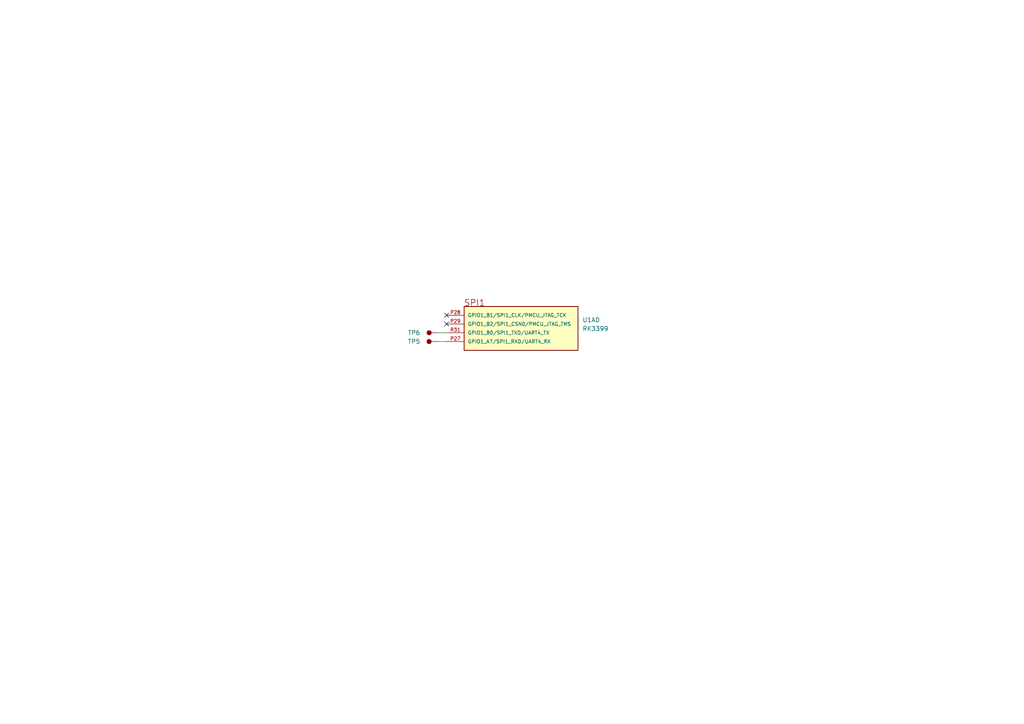
<source format=kicad_sch>
(kicad_sch (version 20250114) (generator "eeschema") (generator_version "9.0")
  (paper "A4")
  (title_block (title "CPU-RK3399 SPI Controller") (date "2026-01-14") (rev "1.0.0") (company "TickLab") (comment 1 "Project: VESA-SBC3399"))
  (lib_symbols
    (symbol "component_library:Mechanical/Test_Point" (pin_numbers (hide yes)) (pin_names (hide yes))
      (property "Reference" "TP" (at 0 4.445 0))
      (symbol "Mechanical/Test_Point_1_1"
        (pin passive line (at 0 0 90) (length 2.54) (name "TP") (number "TP"))
      )
    )
    (symbol "component_library:System On Chip (SoC)/RK3399" (pin_names (offset 1.016))
      (property "Reference" "U" (at -22.86 119.38 0))
      (property "Value" "RK3399" (at -18.4683 -124.354 0))
      (symbol "System On Chip (SoC)/RK3399_1_0"
        (text "Internal Logic Ground and Digital IO Ground" (at -30.48 116.84 0) (effects (font (size 1.7823 1.7823)) (justify left bottom)))
        (pin power_in line (at -20.32 114.3 0) (length 5.08) (name "VSS_1") (number "A1"))
        (pin power_in line (at -20.32 111.76 0) (length 5.08) (name "VSS_2") (number "A27"))
        (pin power_in line (at -20.32 109.22 0) (length 5.08) (name "VSS_3") (number "A31"))
        (pin power_in line (at -20.32 106.68 0) (length 5.08) (name "VSS_4") (number "AA3"))
        (pin power_in line (at -20.32 104.14 0) (length 5.08) (name "VSS_5") (number "AA5"))
        (pin power_in line (at -20.32 101.6 0) (length 5.08) (name "VSS_6") (number "AA9"))
        (pin power_in line (at -20.32 99.06 0) (length 5.08) (name "VSS_7") (number "AF18"))
        (pin power_in line (at -20.32 96.52 0) (length 5.08) (name "VSS_8") (number "Y3"))
        (pin power_in line (at -20.32 93.98 0) (length 5.08) (name "VSS_9") (number "AB9"))
        (pin power_in line (at -20.32 91.44 0) (length 5.08) (name "VSS_10") (number "AF20"))
        (pin power_in line (at -20.32 88.9 0) (length 5.08) (name "VSS_11") (number "AD22"))
        (pin power_in line (at -20.32 86.36 0) (length 5.08) (name "VSS_12") (number "AC22"))
        (pin power_in line (at -20.32 83.82 0) (length 5.08) (name "VSS_13") (number "AC20"))
        (pin power_in line (at -20.32 81.28 0) (length 5.08) (name "VSS_14") (number "AE23"))
        (pin power_in line (at -20.32 78.74 0) (length 5.08) (name "VSS_15") (number "Y10"))
        (pin power_in line (at -20.32 76.2 0) (length 5.08) (name "VSS_16") (number "AC3"))
        (pin power_in line (at -20.32 73.66 0) (length 5.08) (name "VSS_17") (number "AD3"))
        (pin power_in line (at -20.32 71.12 0) (length 5.08) (name "VSS_18") (number "AD5"))
        (pin power_in line (at -20.32 68.58 0) (length 5.08) (name "VSS_19") (number "AD10"))
        (pin power_in line (at -20.32 66.04 0) (length 5.08) (name "VSS_20") (number "AF9"))
        (pin power_in line (at -20.32 63.5 0) (length 5.08) (name "VSS_21") (number "AG2"))
        (pin power_in line (at -20.32 60.96 0) (length 5.08) (name "VSS_22") (number "AJ5"))
        (pin power_in line (at -20.32 58.42 0) (length 5.08) (name "VSS_23") (number "AL1"))
        (pin power_in line (at -20.32 55.88 0) (length 5.08) (name "VSS_24") (number "B5"))
        (pin power_in line (at -20.32 53.34 0) (length 5.08) (name "VSS_25") (number "C8"))
        (pin power_in line (at -20.32 50.8 0) (length 5.08) (name "VSS_26") (number "C9"))
        (pin power_in line (at -20.32 48.26 0) (length 5.08) (name "VSS_27") (number "C11"))
        (pin power_in line (at -20.32 45.72 0) (length 5.08) (name "VSS_28") (number "C12"))
        (pin power_in line (at -20.32 43.18 0) (length 5.08) (name "VSS_29") (number "C14"))
        (pin power_in line (at -20.32 40.64 0) (length 5.08) (name "VSS_30") (number "C15"))
        (pin power_in line (at -20.32 38.1 0) (length 5.08) (name "VSS_31") (number "C17"))
        (pin power_in line (at -20.32 35.56 0) (length 5.08) (name "VSS_32") (number "C18"))
        (pin power_in line (at -20.32 33.02 0) (length 5.08) (name "VSS_33") (number "C20"))
        (pin power_in line (at -20.32 30.48 0) (length 5.08) (name "VSS_34") (number "C21"))
        (pin power_in line (at -20.32 27.94 0) (length 5.08) (name "VSS_35") (number "C23"))
        (pin power_in line (at -20.32 25.4 0) (length 5.08) (name "VSS_36") (number "C24"))
        (pin power_in line (at -20.32 22.86 0) (length 5.08) (name "VSS_37") (number "C26"))
        (pin power_in line (at -20.32 20.32 0) (length 5.08) (name "VSS_38") (number "D5"))
        (pin power_in line (at -20.32 17.78 0) (length 5.08) (name "VSS_39") (number "E2"))
        (pin power_in line (at -20.32 15.24 0) (length 5.08) (name "VSS_40") (number "E4"))
        (pin power_in line (at -20.32 12.7 0) (length 5.08) (name "VSS_41") (number "E7"))
        (pin power_in line (at -20.32 10.16 0) (length 5.08) (name "VSS_42") (number "E12"))
        (pin power_in line (at -20.32 7.62 0) (length 5.08) (name "VSS_43") (number "E15"))
        (pin power_in line (at -20.32 5.08 0) (length 5.08) (name "VSS_44") (number "E18"))
        (pin power_in line (at -20.32 2.54 0) (length 5.08) (name "VSS_45") (number "E21"))
        (pin power_in line (at -20.32 0 0) (length 5.08) (name "VSS_46") (number "E24"))
        (pin power_in line (at -20.32 -2.54 0) (length 5.08) (name "VSS_47") (number "E31"))
        (pin power_in line (at -20.32 -5.08 0) (length 5.08) (name "VSS_48") (number "F8"))
        (pin power_in line (at -20.32 -7.62 0) (length 5.08) (name "VSS_49") (number "F15"))
        (pin power_in line (at -20.32 -10.16 0) (length 5.08) (name "VSS_50") (number "F18"))
        (pin power_in line (at -20.32 -12.7 0) (length 5.08) (name "VSS_51") (number "F20"))
        (pin power_in line (at -20.32 -15.24 0) (length 5.08) (name "VSS_52") (number "F21"))
        (pin power_in line (at -20.32 -17.78 0) (length 5.08) (name "VSS_53") (number "G5"))
        (pin power_in line (at -20.32 -20.32 0) (length 5.08) (name "VSS_54") (number "G9"))
        (pin power_in line (at -20.32 -22.86 0) (length 5.08) (name "VSS_55") (number "G18"))
        (pin power_in line (at -20.32 -25.4 0) (length 5.08) (name "VSS_56") (number "G27"))
        (pin power_in line (at -20.32 -27.94 0) (length 5.08) (name "VSS_57") (number "H3"))
        (pin power_in line (at -20.32 -30.48 0) (length 5.08) (name "VSS_58") (number "H9"))
        (pin power_in line (at -20.32 -33.02 0) (length 5.08) (name "VSS_59") (number "H10"))
        (pin power_in line (at -20.32 -35.56 0) (length 5.08) (name "VSS_60") (number "H11"))
        (pin power_in line (at -20.32 -38.1 0) (length 5.08) (name "VSS_61") (number "H12"))
        (pin power_in line (at -20.32 -40.64 0) (length 5.08) (name "VSS_62") (number "H13"))
        (pin power_in line (at -20.32 -43.18 0) (length 5.08) (name "VSS_63") (number "H15"))
        (pin power_in line (at -20.32 -45.72 0) (length 5.08) (name "VSS_64") (number "H16"))
        (pin power_in line (at -20.32 -48.26 0) (length 5.08) (name "VSS_65") (number "H17"))
        (pin power_in line (at -20.32 -50.8 0) (length 5.08) (name "VSS_66") (number "H18"))
        (pin power_in line (at -20.32 -53.34 0) (length 5.08) (name "VSS_67") (number "H26"))
        (pin power_in line (at -20.32 -55.88 0) (length 5.08) (name "VSS_68") (number "J3"))
        (pin power_in line (at -20.32 -58.42 0) (length 5.08) (name "VSS_69") (number "J6"))
        (pin power_in line (at -20.32 -60.96 0) (length 5.08) (name "VSS_70") (number "J7"))
        (pin power_in line (at -20.32 -63.5 0) (length 5.08) (name "VSS_71") (number "J8"))
        (pin power_in line (at -20.32 -66.04 0) (length 5.08) (name "VSS_72") (number "J9"))
        (pin power_in line (at -20.32 -68.58 0) (length 5.08) (name "VSS_73") (number "J10"))
        (pin power_in line (at -20.32 -71.12 0) (length 5.08) (name "VSS_74") (number "K8"))
        (pin power_in line (at -20.32 -73.66 0) (length 5.08) (name "VSS_75") (number "K9"))
        (pin power_in line (at -20.32 -76.2 0) (length 5.08) (name "VSS_76") (number "K10"))
        (pin power_in line (at -20.32 -78.74 0) (length 5.08) (name "VSS_77") (number "K12"))
        (pin power_in line (at -20.32 -81.28 0) (length 5.08) (name "VSS_78") (number "K14"))
        (pin power_in line (at -20.32 -83.82 0) (length 5.08) (name "VSS_79") (number "K16"))
        (pin power_in line (at -20.32 -86.36 0) (length 5.08) (name "VSS_80") (number "K18"))
        (pin power_in line (at -20.32 -88.9 0) (length 5.08) (name "VSS_81") (number "W21"))
        (pin power_in line (at -20.32 -91.44 0) (length 5.08) (name "VSS_82") (number "K20"))
        (pin power_in line (at -20.32 -93.98 0) (length 5.08) (name "VSS_83") (number "N19"))
        (pin power_in line (at -20.32 -96.52 0) (length 5.08) (name "VSS_84") (number "K22"))
        (pin power_in line (at -20.32 -99.06 0) (length 5.08) (name "VSS_85") (number "L3"))
        (pin power_in line (at -20.32 -101.6 0) (length 5.08) (name "VSS_86") (number "L6"))
        (pin power_in line (at -20.32 -104.14 0) (length 5.08) (name "VSS_87") (number "L8"))
        (pin power_in line (at -20.32 -106.68 0) (length 5.08) (name "VSS_88") (number "L11"))
        (pin power_in line (at -20.32 -109.22 0) (length 5.08) (name "VSS_89") (number "L12"))
        (pin power_in line (at -20.32 -111.76 0) (length 5.08) (name "VSS_90") (number "L13"))
        (pin power_in line (at 20.32 114.3 180) (length 5.08) (name "VSS_91") (number "L14"))
        (pin power_in line (at 20.32 111.76 180) (length 5.08) (name "VSS_92") (number "L15"))
        (pin power_in line (at 20.32 109.22 180) (length 5.08) (name "VSS_93") (number "L16"))
        (pin power_in line (at 20.32 106.68 180) (length 5.08) (name "VSS_94") (number "N17"))
        (pin power_in line (at 20.32 104.14 180) (length 5.08) (name "VSS_95") (number "Y17"))
        (pin power_in line (at 20.32 101.6 180) (length 5.08) (name "VSS_96") (number "L20"))
        (pin power_in line (at 20.32 99.06 180) (length 5.08) (name "VSS_97") (number "L22"))
        (pin power_in line (at 20.32 96.52 180) (length 5.08) (name "VSS_98") (number "N21"))
        (pin power_in line (at 20.32 93.98 180) (length 5.08) (name "VSS_99") (number "L27"))
        (pin power_in line (at 20.32 91.44 180) (length 5.08) (name "VSS_100") (number "M3"))
        (pin power_in line (at 20.32 88.9 180) (length 5.08) (name "VSS_101") (number "M8"))
        (pin power_in line (at 20.32 86.36 180) (length 5.08) (name "VSS_102") (number "M10"))
        (pin power_in line (at 20.32 83.82 180) (length 5.08) (name "VSS_103") (number "M16"))
        (pin power_in line (at 20.32 81.28 180) (length 5.08) (name "VSS_104") (number "M23"))
        (pin power_in line (at 20.32 78.74 180) (length 5.08) (name "VSS_105") (number "N8"))
        (pin power_in line (at 20.32 76.2 180) (length 5.08) (name "VSS_106") (number "P11"))
        (pin power_in line (at 20.32 73.66 180) (length 5.08) (name "VSS_107") (number "P12"))
        (pin power_in line (at 20.32 71.12 180) (length 5.08) (name "VSS_108") (number "N13"))
        (pin power_in line (at 20.32 68.58 180) (length 5.08) (name "VSS_109") (number "N14"))
        (pin power_in line (at 20.32 66.04 180) (length 5.08) (name "VSS_110") (number "N15"))
        (pin power_in line (at 20.32 63.5 180) (length 5.08) (name "VSS_111") (number "N16"))
        (pin power_in line (at 20.32 60.96 180) (length 5.08) (name "VSS_112") (number "P3"))
        (pin power_in line (at 20.32 58.42 180) (length 5.08) (name "VSS_113") (number "P6"))
        (pin power_in line (at 20.32 55.88 180) (length 5.08) (name "VSS_114") (number "P7"))
        (pin power_in line (at 20.32 53.34 180) (length 5.08) (name "VSS_115") (number "P8"))
        (pin power_in line (at 20.32 50.8 180) (length 5.08) (name "VSS_116") (number "P10"))
        (pin power_in line (at 20.32 48.26 180) (length 5.08) (name "VSS_117") (number "P16"))
        (pin power_in line (at 20.32 45.72 180) (length 5.08) (name "VSS_118") (number "Y16"))
        (pin power_in line (at 20.32 43.18 180) (length 5.08) (name "VSS_119") (number "P19"))
        (pin power_in line (at 20.32 40.64 180) (length 5.08) (name "VSS_120") (number "R21"))
        (pin power_in line (at 20.32 38.1 180) (length 5.08) (name "VSS_121") (number "P21"))
        (pin power_in line (at 20.32 35.56 180) (length 5.08) (name "VSS_122") (number "T19"))
        (pin power_in line (at 20.32 33.02 180) (length 5.08) (name "VSS_123") (number "R3"))
        (pin power_in line (at 20.32 30.48 180) (length 5.08) (name "VSS_124") (number "R5"))
        (pin power_in line (at 20.32 27.94 180) (length 5.08) (name "VSS_125") (number "R6"))
        (pin power_in line (at 20.32 25.4 180) (length 5.08) (name "VSS_126") (number "U11"))
        (pin power_in line (at 20.32 22.86 180) (length 5.08) (name "VSS_127") (number "U12"))
        (pin power_in line (at 20.32 20.32 180) (length 5.08) (name "VSS_128") (number "W13"))
        (pin power_in line (at 20.32 17.78 180) (length 5.08) (name "VSS_129") (number "R14"))
        (pin power_in line (at 20.32 15.24 180) (length 5.08) (name "VSS_130") (number "R15"))
        (pin power_in line (at 20.32 12.7 180) (length 5.08) (name "VSS_131") (number "R16"))
        (pin power_in line (at 20.32 10.16 180) (length 5.08) (name "VSS_132") (number "AC21"))
        (pin power_in line (at 20.32 7.62 180) (length 5.08) (name "VSS_133") (number "R23"))
        (pin power_in line (at 20.32 5.08 180) (length 5.08) (name "VSS_134") (number "T8"))
        (pin power_in line (at 20.32 2.54 180) (length 5.08) (name "VSS_135") (number "T10"))
        (pin power_in line (at 20.32 0 180) (length 5.08) (name "VSS_136") (number "Y12"))
        (pin power_in line (at 20.32 -2.54 180) (length 5.08) (name "VSS_137") (number "U14"))
        (pin power_in line (at 20.32 -5.08 180) (length 5.08) (name "VSS_138") (number "T16"))
        (pin power_in line (at 20.32 -7.62 180) (length 5.08) (name "VSS_139") (number "T21"))
        (pin power_in line (at 20.32 -10.16 180) (length 5.08) (name "VSS_140") (number "AB19"))
        (pin power_in line (at 20.32 -12.7 180) (length 5.08) (name "VSS_141") (number "U3"))
        (pin power_in line (at 20.32 -15.24 180) (length 5.08) (name "VSS_142") (number "U8"))
        (pin power_in line (at 20.32 -17.78 180) (length 5.08) (name "VSS_143") (number "U15"))
        (pin power_in line (at 20.32 -20.32 180) (length 5.08) (name "VSS_144") (number "U16"))
        (pin power_in line (at 20.32 -22.86 180) (length 5.08) (name "VSS_145") (number "AC18"))
        (pin power_in line (at 20.32 -25.4 180) (length 5.08) (name "VSS_146") (number "U19"))
        (pin power_in line (at 20.32 -27.94 180) (length 5.08) (name "VSS_147") (number "U21"))
        (pin power_in line (at 20.32 -30.48 180) (length 5.08) (name "VSS_148") (number "V17"))
        (pin power_in line (at 20.32 -33.02 180) (length 5.08) (name "VSS_149") (number "U22"))
        (pin power_in line (at 20.32 -35.56 180) (length 5.08) (name "VSS_150") (number "U29"))
        (pin power_in line (at 20.32 -38.1 180) (length 5.08) (name "VSS_151") (number "V3"))
        (pin power_in line (at 20.32 -40.64 180) (length 5.08) (name "VSS_152") (number "V5"))
        (pin power_in line (at 20.32 -43.18 180) (length 5.08) (name "VSS_153") (number "V8"))
        (pin power_in line (at 20.32 -45.72 180) (length 5.08) (name "VSS_154") (number "V10"))
        (pin power_in line (at 20.32 -48.26 180) (length 5.08) (name "VSS_155") (number "Y11"))
        (pin power_in line (at 20.32 -50.8 180) (length 5.08) (name "VSS_156") (number "Y14"))
        (pin power_in line (at 20.32 -53.34 180) (length 5.08) (name "VSS_157") (number "Y15"))
        (pin power_in line (at 20.32 -55.88 180) (length 5.08) (name "VSS_158") (number "W22"))
        (pin power_in line (at 20.32 -58.42 180) (length 5.08) (name "VSS_159") (number "W17"))
        (pin power_in line (at 20.32 -60.96 180) (length 5.08) (name "VSS_160") (number "W30"))
        (pin power_in line (at 20.32 -63.5 180) (length 5.08) (name "VSS_161") (number "W8"))
        (pin power_in line (at 20.32 -66.04 180) (length 5.08) (name "VSS_162") (number "W9"))
        (pin power_in line (at 20.32 -68.58 180) (length 5.08) (name "VSS_163") (number "AD21"))
        (pin power_in line (at 20.32 -71.12 180) (length 5.08) (name "VSS_164") (number "Y13"))
        (pin power_in line (at 20.32 -73.66 180) (length 5.08) (name "VSS_165") (number "R18"))
        (pin power_in line (at 20.32 -76.2 180) (length 5.08) (name "VSS_166") (number "Y9"))
        (pin power_in line (at 20.32 -78.74 180) (length 5.08) (name "VSS_167") (number "W19"))
        (pin power_in line (at 20.32 -81.28 180) (length 5.08) (name "VSS_168") (number "T18"))
        (pin power_in line (at 20.32 -83.82 180) (length 5.08) (name "VSS_169") (number "W18"))
        (pin power_in line (at 20.32 -86.36 180) (length 5.08) (name "VSS_170") (number "Y20"))
        (pin power_in line (at 20.32 -88.9 180) (length 5.08) (name "VSS_171") (number "AJ28"))
        (pin power_in line (at 20.32 -91.44 180) (length 5.08) (name "VSS_172") (number "AJ21"))
        (pin power_in line (at 20.32 -93.98 180) (length 5.08) (name "VSS_173") (number "AJ23"))
        (pin power_in line (at 20.32 -96.52 180) (length 5.08) (name "VSS_174") (number "AJ24"))
        (pin power_in line (at 20.32 -99.06 180) (length 5.08) (name "VSS_175") (number "AJ26"))
        (pin power_in line (at 20.32 -101.6 180) (length 5.08) (name "VSS_176") (number "AJ27"))
        (pin power_in line (at 20.32 -104.14 180) (length 5.08) (name "VSS_177") (number "AA13"))
        (pin power_in line (at 20.32 -106.68 180) (length 5.08) (name "VSS_178") (number "AL31"))
        (pin power_in line (at 20.32 -109.22 180) (length 5.08) (name "VSS_179") (number "AA10"))
        (pin power_in line (at 20.32 -111.76 180) (length 5.08) (name "VSS_180") (number "AJ20"))
      )
      (symbol "System On Chip (SoC)/RK3399_2_0"
        (text "Analog Ground" (at -15.3236 48.4013 0) (effects (font (size 1.784 1.784)) (justify left bottom)))
        (pin power_in line (at -20.32 43.18 0) (length 5.08) (name "AVSS_1") (number "Y23"))
        (pin power_in line (at -20.32 40.64 0) (length 5.08) (name "AVSS_2") (number "AF23"))
        (pin power_in line (at -20.32 38.1 0) (length 5.08) (name "AVSS_3") (number "AF24"))
        (pin power_in line (at -20.32 35.56 0) (length 5.08) (name "AVSS_4") (number "AA23"))
        (pin power_in line (at -20.32 33.02 0) (length 5.08) (name "AVSS_5") (number "AB23"))
        (pin power_in line (at -20.32 30.48 0) (length 5.08) (name "AVSS_6") (number "AA26"))
        (pin power_in line (at -20.32 27.94 0) (length 5.08) (name "AVSS_7") (number "AA29"))
        (pin power_in line (at -20.32 25.4 0) (length 5.08) (name "AVSS_8") (number "AB11"))
        (pin power_in line (at -20.32 22.86 0) (length 5.08) (name "AVSS_9") (number "AB13"))
        (pin power_in line (at -20.32 20.32 0) (length 5.08) (name "AVSS_10") (number "AC15"))
        (pin power_in line (at -20.32 17.78 0) (length 5.08) (name "AVSS_11") (number "AD13"))
        (pin power_in line (at -20.32 15.24 0) (length 5.08) (name "AVSS_12") (number "AB10"))
        (pin power_in line (at -20.32 12.7 0) (length 5.08) (name "AVSS_13") (number "AA11"))
        (pin power_in line (at -20.32 10.16 0) (length 5.08) (name "AVSS_14") (number "AC26"))
        (pin power_in line (at -20.32 7.62 0) (length 5.08) (name "AVSS_15") (number "AC29"))
        (pin power_in line (at -20.32 5.08 0) (length 5.08) (name "AVSS_16") (number "AD17"))
        (pin power_in line (at -20.32 2.54 0) (length 5.08) (name "AVSS_17") (number "AA12"))
        (pin power_in line (at -20.32 0 0) (length 5.08) (name "AVSS_18") (number "AC16"))
        (pin power_in line (at -20.32 -2.54 0) (length 5.08) (name "AVSS_19") (number "AC23"))
        (pin power_in line (at -20.32 -5.08 0) (length 5.08) (name "AVSS_20") (number "AD29"))
        (pin power_in line (at -20.32 -7.62 0) (length 5.08) (name "AVSS_21") (number "AE11"))
        (pin power_in line (at -20.32 -10.16 0) (length 5.08) (name "AVSS_22") (number "AE12"))
        (pin power_in line (at -20.32 -12.7 0) (length 5.08) (name "AVSS_23") (number "AE14"))
        (pin power_in line (at -20.32 -15.24 0) (length 5.08) (name "AVSS_24") (number "AE17"))
        (pin power_in line (at -20.32 -17.78 0) (length 5.08) (name "AVSS_25") (number "AE27"))
        (pin power_in line (at -20.32 -20.32 0) (length 5.08) (name "AVSS_26") (number "AA14"))
        (pin power_in line (at -20.32 -22.86 0) (length 5.08) (name "AVSS_27") (number "AF17"))
        (pin power_in line (at -20.32 -25.4 0) (length 5.08) (name "AVSS_28") (number "AF29"))
        (pin power_in line (at -20.32 -27.94 0) (length 5.08) (name "AVSS_29") (number "AG29"))
        (pin power_in line (at -20.32 -30.48 0) (length 5.08) (name "AVSS_30") (number "AH29"))
        (pin power_in line (at -20.32 -33.02 0) (length 5.08) (name "AVSS_31") (number "AJ6"))
        (pin power_in line (at -20.32 -35.56 0) (length 5.08) (name "AVSS_32") (number "AJ8"))
        (pin power_in line (at -20.32 -38.1 0) (length 5.08) (name "AVSS_33") (number "AJ9"))
        (pin power_in line (at -20.32 -40.64 0) (length 5.08) (name "AVSS_34") (number "AJ11"))
        (pin power_in line (at -20.32 -43.18 0) (length 5.08) (name "AVSS_35") (number "AJ12"))
        (pin power_in line (at 20.32 43.18 180) (length 5.08) (name "AVSS_36") (number "AJ14"))
        (pin power_in line (at 20.32 40.64 180) (length 5.08) (name "AVSS_37") (number "AJ15"))
        (pin power_in line (at 20.32 38.1 180) (length 5.08) (name "AVSS_38") (number "AJ17"))
        (pin power_in line (at 20.32 35.56 180) (length 5.08) (name "AVSS_39") (number "AJ18"))
        (pin power_in line (at 20.32 33.02 180) (length 5.08) (name "AVSS_40") (number "AD26"))
        (pin power_in line (at 20.32 30.48 180) (length 5.08) (name "AVSS_41") (number "AB16"))
        (pin power_in line (at 20.32 27.94 180) (length 5.08) (name "AVSS_42") (number "AB15"))
        (pin power_in line (at 20.32 25.4 180) (length 5.08) (name "AVSS_43") (number "AC17"))
        (pin power_in line (at 20.32 22.86 180) (length 5.08) (name "AVSS_44") (number "AC11"))
        (pin power_in line (at 20.32 20.32 180) (length 5.08) (name "AVSS_45") (number "AC13"))
        (pin power_in line (at 20.32 17.78 180) (length 5.08) (name "AVSS_46") (number "W23"))
        (pin power_in line (at 20.32 15.24 180) (length 5.08) (name "AVSS_47") (number "AJ29"))
        (pin power_in line (at 20.32 12.7 180) (length 5.08) (name "AVSS_48") (number "Y29"))
        (pin power_in line (at 20.32 10.16 180) (length 5.08) (name "AVSS_49") (number "U23"))
        (pin power_in line (at 20.32 7.62 180) (length 5.08) (name "AVSS_50") (number "V23"))
        (pin power_in line (at 20.32 5.08 180) (length 5.08) (name "AVSS_51") (number "AC25"))
        (pin power_in line (at 20.32 2.54 180) (length 5.08) (name "AVSS_52") (number "AB17"))
        (pin power_in line (at 20.32 0 180) (length 5.08) (name "AVSS_53") (number "AA15"))
        (pin power_in line (at 20.32 -7.62 180) (length 5.08) (name "EDP_AVSS_1") (number "B31"))
        (pin power_in line (at 20.32 -10.16 180) (length 5.08) (name "EDP_AVSS_2") (number "C28"))
        (pin power_in line (at 20.32 -12.7 180) (length 5.08) (name "EDP_AVSS_3") (number "C29"))
        (pin power_in line (at 20.32 -15.24 180) (length 5.08) (name "EDP_AVSS_4") (number "D29"))
        (pin power_in line (at 20.32 -17.78 180) (length 5.08) (name "EDP_AVSS_5") (number "H19"))
        (pin power_in line (at 20.32 -20.32 180) (length 5.08) (name "EDP_AVSS_6") (number "J21"))
        (pin power_in line (at 20.32 -30.48 180) (length 5.08) (name "PLL_AVSS") (number "P17"))
      )
      (symbol "System On Chip (SoC)/RK3399_3_0"
        (text "Internal Center Logic Power" (at -17.78 7.62 0) (effects (font (size 1.7808 1.7808)) (justify left bottom)))
        (pin power_in line (at -25.4 5.08 0) (length 5.08) (name "CENTERLOGIC_VDD_1") (number "M11"))
        (pin power_in line (at -25.4 2.54 0) (length 5.08) (name "CENTERLOGIC_VDD_2") (number "M12"))
        (pin power_in line (at -25.4 0 0) (length 5.08) (name "CENTERLOGIC_VDD_3") (number "M13"))
        (pin power_in line (at -25.4 -2.54 0) (length 5.08) (name "CENTERLOGIC_VDD_4") (number "M14"))
        (pin power_in line (at -25.4 -5.08 0) (length 5.08) (name "CENTERLOGIC_VDD_5") (number "M15"))
        (pin power_in line (at 25.4 5.08 180) (length 5.08) (name "CENTERLOGIC_VDD_6") (number "N11"))
        (pin power_in line (at 25.4 2.54 180) (length 5.08) (name "CENTERLOGIC_VDD_7") (number "N12"))
        (pin power_in line (at 25.4 0 180) (length 5.08) (name "CENTERLOGIC_VDD_8") (number "P13"))
        (pin power_in line (at 25.4 -2.54 180) (length 5.08) (name "CENTERLOGIC_VDD_9") (number "P14"))
        (pin power_in line (at 25.4 -5.08 180) (length 5.08) (name "CENTERLOGIC_VDD_10") (number "P15"))
      )
      (symbol "System On Chip (SoC)/RK3399_4_0"
        (text "Internal GPU Power" (at -15.3324 15.3417 0) (effects (font (size 1.7843 1.7843)) (justify left bottom)))
        (pin power_in line (at -20.32 12.7 0) (length 5.08) (name "GPU_VDD_1") (number "W11"))
        (pin power_in line (at -20.32 10.16 0) (length 5.08) (name "GPU_VDD_2") (number "W12"))
        (pin power_in line (at -20.32 7.62 0) (length 5.08) (name "GPU_VDD_3") (number "W14"))
        (pin power_in line (at -20.32 5.08 0) (length 5.08) (name "GPU_VDD_4") (number "V15"))
        (pin power_in line (at -20.32 2.54 0) (length 5.08) (name "GPU_VDD_5") (number "V14"))
        (pin power_in line (at -20.32 0 0) (length 5.08) (name "GPU_VDD_6") (number "V13"))
        (pin power_in line (at -20.32 -2.54 0) (length 5.08) (name "GPU_VDD_7") (number "U13"))
        (pin power_in line (at -20.32 -5.08 0) (length 5.08) (name "GPU_VDD_8") (number "R11"))
        (pin power_in line (at -20.32 -7.62 0) (length 5.08) (name "GPU_VDD_9") (number "R12"))
        (pin power_in line (at -20.32 -10.16 0) (length 5.08) (name "GPU_VDD_10") (number "T11"))
        (pin power_in line (at 20.32 12.7 180) (length 5.08) (name "GPU_VDD_11") (number "T12"))
        (pin power_in line (at 20.32 10.16 180) (length 5.08) (name "GPU_VDD_12") (number "T13"))
        (pin power_in line (at 20.32 7.62 180) (length 5.08) (name "GPU_VDD_13") (number "R13"))
        (pin power_in line (at 20.32 5.08 180) (length 5.08) (name "GPU_VDD_14") (number "T14"))
        (pin power_in line (at 20.32 2.54 180) (length 5.08) (name "GPU_VDD_15") (number "V11"))
        (pin power_in line (at 20.32 0 180) (length 5.08) (name "GPU_VDD_16") (number "V12"))
        (pin power_in line (at 20.32 -2.54 180) (length 5.08) (name "GPU_VDD_17") (number "V16"))
        (pin power_in line (at 20.32 -5.08 180) (length 5.08) (name "GPU_VDD_18") (number "W16"))
        (pin power_in line (at 20.32 -7.62 180) (length 5.08) (name "GPU_VDD_19") (number "W15"))
        (pin power_in line (at 20.32 -10.16 180) (length 5.08) (name "GPU_VDD_20") (number "W10"))
        (pin power_out line (at 20.32 -12.7 180) (length 5.08) (name "GPU_VDD_COM") (number "T15"))
      )
      (symbol "System On Chip (SoC)/RK3399_5_0"
        (text "Internal BIG CPU A72 Power" (at -17.78 10.16 0) (effects (font (size 1.7837 1.7837)) (justify left bottom)))
        (pin power_in line (at -20.32 7.62 0) (length 5.08) (name "BIGCPU_VDD_1") (number "L19"))
        (pin power_in line (at -20.32 5.08 0) (length 5.08) (name "BIGCPU_VDD_2") (number "L21"))
        (pin power_in line (at -20.32 2.54 0) (length 5.08) (name "BIGCPU_VDD_3") (number "M18"))
        (pin power_in line (at -20.32 0 0) (length 5.08) (name "BIGCPU_VDD_4") (number "M19"))
        (pin power_in line (at -20.32 -2.54 0) (length 5.08) (name "BIGCPU_VDD_5") (number "M20"))
        (pin power_in line (at -20.32 -5.08 0) (length 5.08) (name "BIGCPU_VDD_6") (number "M21"))
        (pin power_in line (at -20.32 -7.62 0) (length 5.08) (name "BIGCPU_VDD_7") (number "M22"))
        (pin power_in line (at 20.32 7.62 180) (length 5.08) (name "BIGCPU_VDD_8") (number "L18"))
        (pin power_in line (at 20.32 5.08 180) (length 5.08) (name "BIGCPU_VDD_9") (number "N22"))
        (pin power_in line (at 20.32 2.54 180) (length 5.08) (name "BIGCPU_VDD_10") (number "N20"))
        (pin power_in line (at 20.32 0 180) (length 5.08) (name "BIGCPU_VDD_11") (number "L23"))
        (pin power_in line (at 20.32 -2.54 180) (length 5.08) (name "BIGCPU_VDD_12") (number "K19"))
        (pin power_in line (at 20.32 -5.08 180) (length 5.08) (name "BIGCPU_VDD_13") (number "K21"))
        (pin power_out line (at 20.32 -7.62 180) (length 5.08) (name "BIGCPU_VDD_COM") (number "N18"))
      )
      (symbol "System On Chip (SoC)/RK3399_6_0"
        (text "Internal Logic Power" (at -15.24 10.16 0) (effects (font (size 1.7838 1.7838)) (justify left bottom)))
        (pin power_in line (at -20.32 7.62 0) (length 5.08) (name "LOGIC_VDD_1") (number "V22"))
        (pin power_in line (at -20.32 5.08 0) (length 5.08) (name "LOGIC_VDD_2") (number "V21"))
        (pin power_in line (at -20.32 2.54 0) (length 5.08) (name "LOGIC_VDD_3") (number "V20"))
        (pin power_in line (at -20.32 0 0) (length 5.08) (name "LOGIC_VDD_4") (number "V19"))
        (pin power_in line (at -20.32 -2.54 0) (length 5.08) (name "LOGIC_VDD_5") (number "V18"))
        (pin power_in line (at -20.32 -5.08 0) (length 5.08) (name "LOGIC_VDD_6") (number "W20"))
        (pin power_in line (at 20.32 7.62 180) (length 5.08) (name "LOGIC_VDD_7") (number "U18"))
        (pin power_in line (at 20.32 5.08 180) (length 5.08) (name "LOGIC_VDD_8") (number "U17"))
        (pin power_in line (at 20.32 2.54 180) (length 5.08) (name "LOGIC_VDD_9") (number "M17"))
        (pin power_in line (at 20.32 0 180) (length 5.08) (name "LOGIC_VDD_10") (number "L17"))
        (pin power_in line (at 20.32 -2.54 180) (length 5.08) (name "LOGIC_VDD_11") (number "T17"))
        (pin power_in line (at 20.32 -5.08 180) (length 5.08) (name "LOGIC_VDD_12") (number "U20"))
      )
      (symbol "System On Chip (SoC)/RK3399_7_0"
        (text "Internal LITTLE CPU A53 Power" (at -20.4095 5.1351 0) (effects (font (size 1.7835 1.7835)) (justify left bottom)))
        (pin power_in line (at -20.32 2.54 0) (length 5.08) (name "LITCPU_VDD_1") (number "P20"))
        (pin power_in line (at -20.32 0 0) (length 5.08) (name "LITCPU_VDD_2") (number "R19"))
        (pin power_in line (at -20.32 -2.54 0) (length 5.08) (name "LITCPU_VDD_3") (number "R20"))
        (pin power_in line (at -20.32 -5.08 0) (length 5.08) (name "LITCPU_VDD_4") (number "P22"))
        (pin power_in line (at 20.32 2.54 180) (length 5.08) (name "LITCPU_VDD_5") (number "T22"))
        (pin power_in line (at 20.32 0 180) (length 5.08) (name "LITCPU_VDD_6") (number "T20"))
        (pin power_in line (at 20.32 -2.54 180) (length 5.08) (name "LITCPU_VDD_7") (number "R22"))
      )
      (symbol "System On Chip (SoC)/RK3399_8_0"
        (text "PCIe differential data I/O signals" (at -20.4082 22.9382 0) (effects (font (size 1.7834 1.7834)) (justify left bottom)))
        (pin input line (at -25.4 20.32 0) (length 5.08) (name "PCIE_RX0_P") (number "AF30"))
        (pin input line (at -25.4 17.78 0) (length 5.08) (name "PCIE_RX0_N") (number "AF31"))
        (pin input line (at -25.4 12.7 0) (length 5.08) (name "PCIE_RX1_P") (number "AH30"))
        (pin input line (at -25.4 10.16 0) (length 5.08) (name "PCIE_RX1_N") (number "AH31"))
        (pin input line (at -25.4 5.08 0) (length 5.08) (name "PCIE_RX2_P") (number "AC27"))
        (pin input line (at -25.4 2.54 0) (length 5.08) (name "PCIE_RX2_N") (number "AC28"))
        (pin input line (at -25.4 -2.54 0) (length 5.08) (name "PCIE_RX3_P") (number "AF27"))
        (pin input line (at -25.4 -5.08 0) (length 5.08) (name "PCIE_RX3_N") (number "AF28"))
        (pin input clock (at -25.4 -10.16 0) (length 5.08) (name "GPIO4_D0/PCIE_CLKREQNB") (number "AE6"))
        (pin power_in line (at 25.4 20.32 180) (length 5.08) (name "PCIE_AVDD_0V9") (number "W24"))
        (pin power_in line (at 25.4 17.78 180) (length 5.08) (name "PCIE_AVDD_1V8") (number "Y24"))
        (pin output line (at 25.4 12.7 180) (length 5.08) (name "PCIE_TX0_P") (number "AE30"))
        (pin output line (at 25.4 10.16 180) (length 5.08) (name "PCIE_TX0_N") (number "AE31"))
        (pin output line (at 25.4 5.08 180) (length 5.08) (name "PCIE_TX1_P") (number "AG30"))
        (pin output line (at 25.4 2.54 180) (length 5.08) (name "PCIE_TX1_N") (number "AG31"))
        (pin output line (at 25.4 -2.54 180) (length 5.08) (name "PCIE_TX2_P") (number "AA27"))
        (pin output line (at 25.4 -5.08 180) (length 5.08) (name "PCIE_TX2_N") (number "AA28"))
        (pin output line (at 25.4 -10.16 180) (length 5.08) (name "PCIE_TX3_P") (number "AD27"))
        (pin output line (at 25.4 -12.7 180) (length 5.08) (name "PCIE_TX3_N") (number "AD28"))
        (pin output line (at 25.4 -17.78 180) (length 5.08) (name "PCIE_RCLK_100M_N") (number "AD30"))
        (pin output line (at 25.4 -20.32 180) (length 5.08) (name "PCIE_RCLK_100M_P") (number "AD31"))
      )
      (symbol "System On Chip (SoC)/RK3399_9_0"
        (text "DDRC0" (at -20.4006 73.8062 0) (effects (font (size 1.7827 1.7827)) (justify left bottom)))
        (pin bidirectional line (at -25.4 71.12 0) (length 5.08) (name "DDR0_DQ0") (number "AB2"))
        (pin bidirectional line (at -25.4 68.58 0) (length 5.08) (name "DDR0_DQ1") (number "AB1"))
        (pin bidirectional line (at -25.4 66.04 0) (length 5.08) (name "DDR0_DQ2") (number "AA2"))
        (pin bidirectional line (at -25.4 63.5 0) (length 5.08) (name "DDR0_DQ3") (number "AA1"))
        (pin bidirectional line (at -25.4 60.96 0) (length 5.08) (name "DDR0_DQ4") (number "Y2"))
        (pin bidirectional line (at -25.4 58.42 0) (length 5.08) (name "DDR0_DQ5") (number "Y1"))
        (pin bidirectional line (at -25.4 55.88 0) (length 5.08) (name "DDR0_DQ6") (number "W1"))
        (pin bidirectional line (at -25.4 53.34 0) (length 5.08) (name "DDR0_DQ7") (number "W2"))
        (pin bidirectional line (at -25.4 50.8 0) (length 5.08) (name "DDR0_DQ8") (number "AF2"))
        (pin bidirectional line (at -25.4 48.26 0) (length 5.08) (name "DDR0_DQ9") (number "AE2"))
        (pin bidirectional line (at -25.4 45.72 0) (length 5.08) (name "DDR0_DQ10") (number "AF1"))
        (pin bidirectional line (at -25.4 43.18 0) (length 5.08) (name "DDR0_DQ11") (number "AD2"))
        (pin bidirectional line (at -25.4 40.64 0) (length 5.08) (name "DDR0_DQ12") (number "AE1"))
        (pin bidirectional line (at -25.4 38.1 0) (length 5.08) (name "DDR0_DQ13") (number "AD1"))
        (pin bidirectional line (at -25.4 35.56 0) (length 5.08) (name "DDR0_DQ14") (number "AC1"))
        (pin bidirectional line (at -25.4 33.02 0) (length 5.08) (name "DDR0_DQ15") (number "AC2"))
        (pin bidirectional line (at -25.4 30.48 0) (length 5.08) (name "DDR0_DQ16") (number "V1"))
        (pin bidirectional line (at -25.4 27.94 0) (length 5.08) (name "DDR0_DQ17") (number "V2"))
        (pin bidirectional line (at -25.4 25.4 0) (length 5.08) (name "DDR0_DQ18") (number "U1"))
        (pin bidirectional line (at -25.4 22.86 0) (length 5.08) (name "DDR0_DQ19") (number "U2"))
        (pin bidirectional line (at -25.4 20.32 0) (length 5.08) (name "DDR0_DQ20") (number "T1"))
        (pin bidirectional line (at -25.4 17.78 0) (length 5.08) (name "DDR0_DQ21") (number "T2"))
        (pin bidirectional line (at -25.4 15.24 0) (length 5.08) (name "DDR0_DQ22") (number "R2"))
        (pin bidirectional line (at -25.4 12.7 0) (length 5.08) (name "DDR0_DQ23") (number "R1"))
        (pin bidirectional line (at -25.4 10.16 0) (length 5.08) (name "DDR0_DQ24") (number "P1"))
        (pin bidirectional line (at -25.4 7.62 0) (length 5.08) (name "DDR0_DQ25") (number "P2"))
        (pin bidirectional line (at -25.4 5.08 0) (length 5.08) (name "DDR0_DQ26") (number "N1"))
        (pin bidirectional line (at -25.4 2.54 0) (length 5.08) (name "DDR0_DQ27") (number "M1"))
        (pin bidirectional line (at -25.4 0 0) (length 5.08) (name "DDR0_DQ28") (number "N2"))
        (pin bidirectional line (at -25.4 -2.54 0) (length 5.08) (name "DDR0_DQ29") (number "L1"))
        (pin bidirectional line (at -25.4 -5.08 0) (length 5.08) (name "DDR0_DQ30") (number "M2"))
        (pin bidirectional line (at -25.4 -7.62 0) (length 5.08) (name "DDR0_DQ31") (number "L2"))
        (pin bidirectional line (at -25.4 -15.24 0) (length 5.08) (name "DDR0_DQS0P") (number "Y4"))
        (pin bidirectional line (at -25.4 -17.78 0) (length 5.08) (name "DDR0_DQS0N") (number "AA4"))
        (pin bidirectional line (at -25.4 -20.32 0) (length 5.08) (name "DDR0_DQS1P") (number "AC4"))
        (pin bidirectional line (at -25.4 -22.86 0) (length 5.08) (name "DDR0_DQS1N") (number "AD4"))
        (pin bidirectional line (at -25.4 -25.4 0) (length 5.08) (name "DDR0_DQS2P") (number "U4"))
        (pin bidirectional line (at -25.4 -27.94 0) (length 5.08) (name "DDR0_DQS2N") (number "V4"))
        (pin bidirectional line (at -25.4 -30.48 0) (length 5.08) (name "DDR0_DQS3P") (number "P4"))
        (pin bidirectional line (at -25.4 -33.02 0) (length 5.08) (name "DDR0_DQS3N") (number "R4"))
        (pin bidirectional line (at -25.4 -38.1 0) (length 5.08) (name "DDR0_PZQ") (number "R7"))
        (pin power_in line (at -25.4 -58.42 0) (length 5.08) (name "DDR0PLL_AVDD_0V9") (number "R8"))
        (pin power_in line (at -25.4 -60.96 0) (length 5.08) (name "DDR0_CLK_VDD") (number "M7"))
        (pin power_in line (at -25.4 -63.5 0) (length 5.08) (name "DDR0_VDD_1") (number "L9"))
        (pin power_in line (at -25.4 -66.04 0) (length 5.08) (name "DDR0_VDD_2") (number "L10"))
        (pin power_in line (at -25.4 -68.58 0) (length 5.08) (name "DDR0_VDD_3") (number "M9"))
        (pin power_in line (at -25.4 -71.12 0) (length 5.08) (name "DDR0_VDD_4") (number "N9"))
        (pin power_in line (at -25.4 -73.66 0) (length 5.08) (name "DDR0_VDD_5") (number "N10"))
        (pin power_in line (at -25.4 -76.2 0) (length 5.08) (name "DDR0_VDD_6") (number "P9"))
        (pin power_in line (at -25.4 -78.74 0) (length 5.08) (name "DDR0_VDD_7") (number "R9"))
        (pin output line (at 25.4 71.12 180) (length 5.08) (name "DDR0_CLK0P") (number "H4"))
        (pin output line (at 25.4 68.58 180) (length 5.08) (name "DDR0_CLK0N") (number "J4"))
        (pin output line (at 25.4 66.04 180) (length 5.08) (name "DDR0_CLK1P") (number "H5"))
        (pin output line (at 25.4 63.5 180) (length 5.08) (name "DDR0_CLK1N") (number "J5"))
        (pin output line (at 25.4 58.42 180) (length 5.08) (name "DDR0_RESETN") (number "L7"))
        (pin output line (at 25.4 55.88 180) (length 5.08) (name "DDR0_RASN") (number "F3"))
        (pin output line (at 25.4 53.34 180) (length 5.08) (name "DDR0_CASN") (number "H6"))
        (pin output line (at 25.4 45.72 180) (length 5.08) (name "DDR0_DM0") (number "Y5"))
        (pin output line (at 25.4 43.18 180) (length 5.08) (name "DDR0_DM1") (number "AC5"))
        (pin output line (at 25.4 40.64 180) (length 5.08) (name "DDR0_DM2") (number "U5"))
        (pin output line (at 25.4 38.1 180) (length 5.08) (name "DDR0_DM3") (number "P5"))
        (pin output line (at 25.4 33.02 180) (length 5.08) (name "DDR0_CSN0") (number "M6"))
        (pin output line (at 25.4 30.48 180) (length 5.08) (name "DDR0_CSN1") (number "B1"))
        (pin output line (at 25.4 27.94 180) (length 5.08) (name "DDR0_CSN2") (number "M5"))
        (pin output line (at 25.4 25.4 180) (length 5.08) (name "DDR0_CSN3") (number "C2"))
        (pin output line (at 25.4 22.86 180) (length 5.08) (name "DDR0_A0") (number "F2"))
        (pin output line (at 25.4 20.32 180) (length 5.08) (name "DDR0_A1") (number "F1"))
        (pin output line (at 25.4 17.78 180) (length 5.08) (name "DDR0_A2") (number "G1"))
        (pin output line (at 25.4 15.24 180) (length 5.08) (name "DDR0_A3") (number "G2"))
        (pin output line (at 25.4 12.7 180) (length 5.08) (name "DDR0_A4") (number "H2"))
        (pin output line (at 25.4 10.16 180) (length 5.08) (name "DDR0_A5") (number "H1"))
        (pin output line (at 25.4 7.62 180) (length 5.08) (name "DDR0_A6") (number "J1"))
        (pin output line (at 25.4 5.08 180) (length 5.08) (name "DDR0_A7") (number "J2"))
        (pin output line (at 25.4 2.54 180) (length 5.08) (name "DDR0_A8") (number "K2"))
        (pin output line (at 25.4 0 180) (length 5.08) (name "DDR0_A9") (number "K1"))
        (pin output line (at 25.4 -2.54 180) (length 5.08) (name "DDR0_A10") (number "D1"))
        (pin output line (at 25.4 -5.08 180) (length 5.08) (name "DDR0_A11") (number "E3"))
        (pin output line (at 25.4 -7.62 180) (length 5.08) (name "DDR0_A12") (number "C1"))
        (pin output line (at 25.4 -10.16 180) (length 5.08) (name "DDR0_A13") (number "D2"))
        (pin output line (at 25.4 -12.7 180) (length 5.08) (name "DDR0_A14") (number "D3"))
        (pin output line (at 25.4 -15.24 180) (length 5.08) (name "DDR0_A15") (number "H7"))
        (pin output line (at 25.4 -20.32 180) (length 5.08) (name "DDR0_ATB0") (number "U6"))
        (pin output line (at 25.4 -22.86 180) (length 5.08) (name "DDR0_ATB1") (number "U7"))
        (pin output line (at 25.4 -27.94 180) (length 5.08) (name "DDR0_BA0") (number "C3"))
        (pin output line (at 25.4 -30.48 180) (length 5.08) (name "DDR0_BA1") (number "F4"))
        (pin output line (at 25.4 -33.02 180) (length 5.08) (name "DDR0_BA2") (number "M4"))
        (pin output line (at 25.4 -38.1 180) (length 5.08) (name "DDR0_ODT0") (number "L4"))
        (pin output line (at 25.4 -40.64 180) (length 5.08) (name "DDR0_ODT1") (number "L5"))
        (pin output line (at 25.4 -45.72 180) (length 5.08) (name "DDR0_PLL_TESTOUT_P") (number "V6"))
        (pin output line (at 25.4 -48.26 180) (length 5.08) (name "DDR0_PLL_TESTOUT_N") (number "V7"))
        (pin output line (at 25.4 -53.34 180) (length 5.08) (name "DDR0_WEN") (number "G6"))
        (pin output line (at 25.4 -60.96 180) (length 5.08) (name "DDR0_CKE0") (number "E1"))
        (pin output line (at 25.4 -63.5 180) (length 5.08) (name "DDR0_CKE1") (number "F5"))
        (pin power_in line (at 25.4 -68.58 180) (length 5.08) (name "DDR0_VDD_8") (number "R10"))
        (pin power_in line (at 25.4 -71.12 180) (length 5.08) (name "DDR0_VDD_9") (number "T9"))
        (pin power_in line (at 25.4 -73.66 180) (length 5.08) (name "DDR0_VDD_10") (number "U9"))
        (pin power_in line (at 25.4 -76.2 180) (length 5.08) (name "DDR0_VDD_11") (number "U10"))
        (pin power_in line (at 25.4 -78.74 180) (length 5.08) (name "DDR0_VDD_12") (number "V9"))
      )
      (symbol "System On Chip (SoC)/RK3399_10_0"
        (text "DDRC1" (at -20.4001 73.8044 0) (effects (font (size 1.7827 1.7827)) (justify left bottom)))
        (pin bidirectional line (at -25.4 71.12 0) (length 5.08) (name "DDR1_DQ0") (number "B15"))
        (pin bidirectional line (at -25.4 68.58 0) (length 5.08) (name "DDR1_DQ1") (number "A15"))
        (pin bidirectional line (at -25.4 66.04 0) (length 5.08) (name "DDR1_DQ2") (number "B16"))
        (pin bidirectional line (at -25.4 63.5 0) (length 5.08) (name "DDR1_DQ3") (number "A16"))
        (pin bidirectional line (at -25.4 60.96 0) (length 5.08) (name "DDR1_DQ4") (number "B17"))
        (pin bidirectional line (at -25.4 58.42 0) (length 5.08) (name "DDR1_DQ5") (number "A17"))
        (pin bidirectional line (at -25.4 55.88 0) (length 5.08) (name "DDR1_DQ6") (number "A18"))
        (pin bidirectional line (at -25.4 53.34 0) (length 5.08) (name "DDR1_DQ7") (number "B18"))
        (pin bidirectional line (at -25.4 50.8 0) (length 5.08) (name "DDR1_DQ8") (number "B11"))
        (pin bidirectional line (at -25.4 48.26 0) (length 5.08) (name "DDR1_DQ9") (number "B12"))
        (pin bidirectional line (at -25.4 45.72 0) (length 5.08) (name "DDR1_DQ10") (number "A11"))
        (pin bidirectional line (at -25.4 43.18 0) (length 5.08) (name "DDR1_DQ11") (number "B13"))
        (pin bidirectional line (at -25.4 40.64 0) (length 5.08) (name "DDR1_DQ12") (number "A12"))
        (pin bidirectional line (at -25.4 38.1 0) (length 5.08) (name "DDR1_DQ13") (number "A13"))
        (pin bidirectional line (at -25.4 35.56 0) (length 5.08) (name "DDR1_DQ14") (number "A14"))
        (pin bidirectional line (at -25.4 33.02 0) (length 5.08) (name "DDR1_DQ15") (number "B14"))
        (pin bidirectional line (at -25.4 30.48 0) (length 5.08) (name "DDR1_DQ16") (number "A19"))
        (pin bidirectional line (at -25.4 27.94 0) (length 5.08) (name "DDR1_DQ17") (number "B19"))
        (pin bidirectional line (at -25.4 25.4 0) (length 5.08) (name "DDR1_DQ18") (number "A20"))
        (pin bidirectional line (at -25.4 22.86 0) (length 5.08) (name "DDR1_DQ19") (number "B20"))
        (pin bidirectional line (at -25.4 20.32 0) (length 5.08) (name "DDR1_DQ20") (number "A21"))
        (pin bidirectional line (at -25.4 17.78 0) (length 5.08) (name "DDR1_DQ21") (number "B21"))
        (pin bidirectional line (at -25.4 15.24 0) (length 5.08) (name "DDR1_DQ22") (number "B22"))
        (pin bidirectional line (at -25.4 12.7 0) (length 5.08) (name "DDR1_DQ23") (number "A22"))
        (pin bidirectional line (at -25.4 10.16 0) (length 5.08) (name "DDR1_DQ24") (number "A23"))
        (pin bidirectional line (at -25.4 7.62 0) (length 5.08) (name "DDR1_DQ25") (number "B23"))
        (pin bidirectional line (at -25.4 5.08 0) (length 5.08) (name "DDR1_DQ26") (number "A24"))
        (pin bidirectional line (at -25.4 2.54 0) (length 5.08) (name "DDR1_DQ27") (number "A25"))
        (pin bidirectional line (at -25.4 0 0) (length 5.08) (name "DDR1_DQ28") (number "B24"))
        (pin bidirectional line (at -25.4 -2.54 0) (length 5.08) (name "DDR1_DQ29") (number "A26"))
        (pin bidirectional line (at -25.4 -5.08 0) (length 5.08) (name "DDR1_DQ30") (number "B25"))
        (pin bidirectional line (at -25.4 -7.62 0) (length 5.08) (name "DDR1_DQ31") (number "B26"))
        (pin bidirectional line (at -25.4 -15.24 0) (length 5.08) (name "DDR1_DQS0P") (number "D18"))
        (pin bidirectional line (at -25.4 -17.78 0) (length 5.08) (name "DDR1_DQS0N") (number "D17"))
        (pin bidirectional line (at -25.4 -20.32 0) (length 5.08) (name "DDR1_DQS1P") (number "D15"))
        (pin bidirectional line (at -25.4 -22.86 0) (length 5.08) (name "DDR1_DQS1N") (number "D14"))
        (pin bidirectional line (at -25.4 -25.4 0) (length 5.08) (name "DDR1_DQS2P") (number "D21"))
        (pin bidirectional line (at -25.4 -27.94 0) (length 5.08) (name "DDR1_DQS2N") (number "D20"))
        (pin bidirectional line (at -25.4 -30.48 0) (length 5.08) (name "DDR1_DQS3P") (number "D24"))
        (pin bidirectional line (at -25.4 -33.02 0) (length 5.08) (name "DDR1_DQS3N") (number "D23"))
        (pin bidirectional line (at -25.4 -38.1 0) (length 5.08) (name "DDR1_PZQ") (number "G15"))
        (pin power_in line (at -25.4 -58.42 0) (length 5.08) (name "DDR1PLL_AVDD_0V9") (number "H14"))
        (pin power_in line (at -25.4 -60.96 0) (length 5.08) (name "DDR1_CLK_VDD") (number "G12"))
        (pin power_in line (at -25.4 -63.5 0) (length 5.08) (name "DDR1_VDD_1") (number "J11"))
        (pin power_in line (at -25.4 -66.04 0) (length 5.08) (name "DDR1_VDD_2") (number "J12"))
        (pin power_in line (at -25.4 -68.58 0) (length 5.08) (name "DDR1_VDD_3") (number "J13"))
        (pin power_in line (at -25.4 -71.12 0) (length 5.08) (name "DDR1_VDD_4") (number "J14"))
        (pin power_in line (at -25.4 -73.66 0) (length 5.08) (name "DDR1_VDD_5") (number "J15"))
        (pin power_in line (at -25.4 -76.2 0) (length 5.08) (name "DDR1_VDD_6") (number "J16"))
        (pin power_in line (at -25.4 -78.74 0) (length 5.08) (name "DDR1_VDD_7") (number "J17"))
        (pin output line (at 25.4 71.12 180) (length 5.08) (name "DDR1_CLK0P") (number "D9"))
        (pin output line (at 25.4 68.58 180) (length 5.08) (name "DDR1_CLK0N") (number "D8"))
        (pin output line (at 25.4 66.04 180) (length 5.08) (name "DDR1_CLK1P") (number "E9"))
        (pin output line (at 25.4 63.5 180) (length 5.08) (name "DDR1_CLK1N") (number "E8"))
        (pin output line (at 25.4 58.42 180) (length 5.08) (name "DDR1_RESETN") (number "G11"))
        (pin output line (at 25.4 55.88 180) (length 5.08) (name "DDR1_RASN") (number "C6"))
        (pin output line (at 25.4 53.34 180) (length 5.08) (name "DDR1_CASN") (number "F9"))
        (pin output line (at 25.4 45.72 180) (length 5.08) (name "DDR1_DM0") (number "E17"))
        (pin output line (at 25.4 43.18 180) (length 5.08) (name "DDR1_DM1") (number "E14"))
        (pin output line (at 25.4 40.64 180) (length 5.08) (name "DDR1_DM2") (number "E20"))
        (pin output line (at 25.4 38.1 180) (length 5.08) (name "DDR1_DM3") (number "E23"))
        (pin output line (at 25.4 33.02 180) (length 5.08) (name "DDR1_CSN0") (number "F12"))
        (pin output line (at 25.4 30.48 180) (length 5.08) (name "DDR1_CSN1") (number "A2"))
        (pin output line (at 25.4 27.94 180) (length 5.08) (name "DDR1_CSN2") (number "F11"))
        (pin output line (at 25.4 25.4 180) (length 5.08) (name "DDR1_CSN3") (number "B3"))
        (pin output line (at 25.4 22.86 180) (length 5.08) (name "DDR1_A0") (number "B10"))
        (pin output line (at 25.4 20.32 180) (length 5.08) (name "DDR1_A1") (number "A10"))
        (pin output line (at 25.4 17.78 180) (length 5.08) (name "DDR1_A2") (number "B9"))
        (pin output line (at 25.4 15.24 180) (length 5.08) (name "DDR1_A3") (number "A9"))
        (pin output line (at 25.4 12.7 180) (length 5.08) (name "DDR1_A4") (number "B8"))
        (pin output line (at 25.4 10.16 180) (length 5.08) (name "DDR1_A5") (number "A8"))
        (pin output line (at 25.4 7.62 180) (length 5.08) (name "DDR1_A6") (number "B7"))
        (pin output line (at 25.4 5.08 180) (length 5.08) (name "DDR1_A7") (number "A7"))
        (pin output line (at 25.4 2.54 180) (length 5.08) (name "DDR1_A8") (number "B6"))
        (pin output line (at 25.4 0 180) (length 5.08) (name "DDR1_A9") (number "A6"))
        (pin output line (at 25.4 -2.54 180) (length 5.08) (name "DDR1_A10") (number "A4"))
        (pin output line (at 25.4 -5.08 180) (length 5.08) (name "DDR1_A11") (number "C5"))
        (pin output line (at 25.4 -7.62 180) (length 5.08) (name "DDR1_A12") (number "A3"))
        (pin output line (at 25.4 -10.16 180) (length 5.08) (name "DDR1_A13") (number "B4"))
        (pin output line (at 25.4 -12.7 180) (length 5.08) (name "DDR1_A14") (number "C4"))
        (pin output line (at 25.4 -15.24 180) (length 5.08) (name "DDR1_A15") (number "G8"))
        (pin output line (at 25.4 -20.32 180) (length 5.08) (name "DDR1_ATB0") (number "F17"))
        (pin output line (at 25.4 -22.86 180) (length 5.08) (name "DDR1_ATB1") (number "G17"))
        (pin output line (at 25.4 -27.94 180) (length 5.08) (name "DDR1_BA0") (number "B2"))
        (pin output line (at 25.4 -30.48 180) (length 5.08) (name "DDR1_BA1") (number "D6"))
        (pin output line (at 25.4 -33.02 180) (length 5.08) (name "DDR1_BA2") (number "D12"))
        (pin output line (at 25.4 -38.1 180) (length 5.08) (name "DDR1_ODT0") (number "D11"))
        (pin output line (at 25.4 -40.64 180) (length 5.08) (name "DDR1_ODT1") (number "E11"))
        (pin output line (at 25.4 -45.72 180) (length 5.08) (name "DDR1_PLL_TESTOUT_P") (number "F14"))
        (pin output line (at 25.4 -48.26 180) (length 5.08) (name "DDR1_PLL_TESTOUT_N") (number "G14"))
        (pin output line (at 25.4 -53.34 180) (length 5.08) (name "DDR1_WEN") (number "F7"))
        (pin output line (at 25.4 -60.96 180) (length 5.08) (name "DDR1_CKE0") (number "A5"))
        (pin output line (at 25.4 -63.5 180) (length 5.08) (name "DDR1_CKE1") (number "E6"))
        (pin power_in line (at 25.4 -68.58 180) (length 5.08) (name "DDR1_VDD_8") (number "J18"))
        (pin power_in line (at 25.4 -71.12 180) (length 5.08) (name "DDR1_VDD_9") (number "K11"))
        (pin power_in line (at 25.4 -73.66 180) (length 5.08) (name "DDR1_VDD_10") (number "K13"))
        (pin power_in line (at 25.4 -76.2 180) (length 5.08) (name "DDR1_VDD_11") (number "K15"))
        (pin power_in line (at 25.4 -78.74 180) (length 5.08) (name "DDR1_VDD_12") (number "K17"))
      )
      (symbol "System On Chip (SoC)/RK3399_11_0"
        (text "MISC" (at -30.602 30.5873 0) (effects (font (size 1.7843 1.7843)) (justify left bottom)))
        (pin input line (at -35.56 27.94 0) (length 5.08) (name "NPOR") (number "T30"))
        (pin input line (at -35.56 25.4 0) (length 5.08) (name "XIN_OSC") (number "Y31"))
        (pin output line (at -35.56 12.7 0) (length 5.08) (name "XOUT_OSC") (number "Y30"))
        (pin bidirectional line (at -35.56 7.62 0) (length 5.08) (name "GPIO4_D2") (number "AH3"))
        (pin bidirectional line (at -35.56 5.08 0) (length 5.08) (name "GPIO4_D3") (number "AK3"))
        (pin bidirectional line (at -35.56 2.54 0) (length 5.08) (name "GPIO4_D4") (number "AH5"))
        (pin bidirectional line (at -35.56 0 0) (length 5.08) (name "GPIO4_D5") (number "AJ3"))
        (pin bidirectional line (at -35.56 -2.54 0) (length 5.08) (name "GPIO4_D6") (number "AG4"))
        (pin bidirectional line (at -35.56 -7.62 0) (length 5.08) (name "USIC_STROBE") (number "AJ30"))
        (pin bidirectional line (at -35.56 -10.16 0) (length 5.08) (name "USIC_DATA") (number "AJ31"))
        (pin power_in line (at -35.56 -12.7 0) (length 5.08) (name "USIC_AVDD_1V2") (number "AD24"))
        (pin power_in line (at -35.56 -15.24 0) (length 5.08) (name "USIC_AVDD_0V9") (number "AD25"))
        (pin passive line (at -35.56 -20.32 0) (length 5.08) (name "EFUSE") (number "AD23"))
        (pin bidirectional line (at -35.56 -25.4 0) (length 5.08) (name "NC") (number "AA19"))
        (pin bidirectional line (at -35.56 -25.4 0) (length 5.08) (hide yes) (name "NC") (number "AA20"))
        (pin bidirectional line (at -35.56 -25.4 0) (length 5.08) (hide yes) (name "NC") (number "AA22"))
        (pin bidirectional line (at -35.56 -25.4 0) (length 5.08) (hide yes) (name "NC") (number "AB20"))
        (pin bidirectional line (at -35.56 -25.4 0) (length 5.08) (hide yes) (name "NC") (number "AB22"))
        (pin bidirectional line (at -35.56 -25.4 0) (length 5.08) (hide yes) (name "NC") (number "AC12"))
        (pin bidirectional line (at -35.56 -25.4 0) (length 5.08) (hide yes) (name "NC") (number "AC14"))
        (pin bidirectional line (at -35.56 -25.4 0) (length 5.08) (hide yes) (name "NC") (number "AD11"))
        (pin bidirectional line (at -35.56 -25.4 0) (length 5.08) (hide yes) (name "NC") (number "AD12"))
        (pin bidirectional line (at -35.56 -25.4 0) (length 5.08) (hide yes) (name "NC") (number "AD14"))
        (pin bidirectional line (at -35.56 -25.4 0) (length 5.08) (hide yes) (name "NC") (number "AD15"))
        (pin input line (at 35.56 27.94 180) (length 5.08) (name "GPIO0_A0/TEST_CLKOUT0/CLK32K_IN") (number "U31"))
        (pin output line (at 35.56 25.4 180) (length 5.08) (name "GPIO1_A5/AP_PWROFF") (number "R30"))
        (pin output line (at 35.56 22.86 180) (length 5.08) (name "GPIO0_A2/WIFI_26MHZ") (number "N24"))
        (pin output line (at 35.56 20.32 180) (length 5.08) (name "GPIO4_C5/SPDIF_TX") (number "AK1"))
        (pin bidirectional line (at 35.56 15.24 180) (length 5.08) (name "DFTJTAG_TMS") (number "AA24"))
        (pin bidirectional line (at 35.56 12.7 180) (length 5.08) (name "DFTJTAG_TRSTN") (number "AB24"))
        (pin bidirectional line (at 35.56 7.62 180) (length 5.08) (name "GPIO0_B2") (number "W31"))
        (pin bidirectional line (at 35.56 5.08 180) (length 5.08) (name "GPIO0_B3") (number "U30"))
        (pin bidirectional line (at 35.56 2.54 180) (length 5.08) (name "GPIO1_B5") (number "M24"))
        (pin bidirectional line (at 35.56 -2.54 180) (length 5.08) (name "GPIO4_D1/DP_HOTPLUG") (number "AK4"))
        (pin bidirectional line (at 35.56 -7.62 180) (length 5.08) (name "GPIO1_C6/TCPD_VBUS_SOURCE0") (number "L25"))
        (pin bidirectional line (at 35.56 -10.16 180) (length 5.08) (name "GPIO1_D0/TCPD_VBUS_SOURCE2") (number "L26"))
        (pin bidirectional line (at 35.56 -12.7 180) (length 5.08) (name "GPIO1_C7/TCPD_VBUS_SOURCE1") (number "M31"))
        (pin bidirectional line (at 35.56 -15.24 180) (length 5.08) (name "GPIO0_B5/TCPD_VBUS_FDIS/TCPD_VBUS_SOURCE3") (number "P24"))
        (pin bidirectional line (at 35.56 -17.78 180) (length 5.08) (name "GPIO0_B4/TCPD_VBUS_BDIS") (number "V26"))
        (pin bidirectional line (at 35.56 -22.86 180) (length 5.08) (name "GPIO0_B1/PMUIO2_VOLSEL") (number "V30"))
        (pin bidirectional line (at 35.56 -27.94 180) (length 5.08) (name "GPIO0_A1/DDRIO_PWROFF/TCPD_CCDB_EN") (number "R29"))
      )
      (symbol "System On Chip (SoC)/RK3399_12_0"
        (text "SDMMC" (at -33.02 12.7 0) (effects (font (size 1.783 1.783)) (justify left bottom)))
        (pin input line (at -38.1 10.16 0) (length 5.08) (name "GPIO0_B0/SDMMC0_WRPT/TEST_CLKOUT2") (number "U28"))
        (pin bidirectional line (at -38.1 5.08 0) (length 5.08) (name "GPIO4_B0/SDMMC0_D0/UART2A_RX") (number "Y27"))
        (pin bidirectional line (at -38.1 2.54 0) (length 5.08) (name "GPIO4_B1/SDMMC0_D1/UART2A_TX") (number "Y26"))
        (pin bidirectional line (at -38.1 0 0) (length 5.08) (name "GPIO4_B2/SDMMC0_D2/APJTAG_TCK") (number "Y28"))
        (pin bidirectional line (at -38.1 -2.54 0) (length 5.08) (name "GPIO4_B3/SDMMC0_D3/APJTAG_TMS") (number "U27"))
        (pin bidirectional line (at -38.1 -5.08 0) (length 5.08) (name "GPIO4_B5/SDMMC0_CMD/MCUJTAG_TMS") (number "V25"))
        (pin output line (at 40.64 10.16 180) (length 5.08) (name "GPIO4_B4/SDMMC0_CLKOUT/MUCJTAG_TCK") (number "V29"))
        (pin input line (at 40.64 5.08 180) (length 5.08) (name "GPIO0_A7/SDMMC0_DET") (number "V28"))
        (pin output line (at 40.64 -2.54 180) (length 5.08) (name "SDMMC0_VDDPST") (number "U26"))
        (pin power_in line (at 40.64 -5.08 180) (length 5.08) (name "SDMMC0_VDD") (number "T23"))
      )
      (symbol "System On Chip (SoC)/RK3399_13_0"
        (text "SDIO" (at -28.0968 10.2205 0) (effects (font (size 1.7845 1.7845)) (justify left bottom)))
        (pin bidirectional line (at -33.02 7.62 0) (length 5.08) (name "GPIO2_C4/SDIO0_D0/SPI5_RXD") (number "AD8"))
        (pin bidirectional line (at -33.02 5.08 0) (length 5.08) (name "GPIO2_C5/SDIO0_D1/SPI5_TXD") (number "AK5"))
        (pin bidirectional line (at -33.02 2.54 0) (length 5.08) (name "GPIO2_C6/SDIO0_D2/SPI5_CLK") (number "AG7"))
        (pin bidirectional line (at -33.02 0 0) (length 5.08) (name "GPIO2_C7/SDIO0_D3/SPI5_CSN0") (number "AE8"))
        (pin bidirectional line (at -33.02 -2.54 0) (length 5.08) (name "GPIO2_D0/SDIO0_CMD") (number "AH6"))
        (pin bidirectional line (at -33.02 -5.08 0) (length 5.08) (name "GPIO2_D1/SDIO0_CLKOUT/TEST_CLKOUT1") (number "AF7"))
        (pin bidirectional line (at -33.02 -10.16 0) (length 5.08) (name "GPIO2_D2/SDIO0_DETN/PCIE_CLKREQN") (number "AL4"))
        (pin bidirectional line (at 33.02 7.62 180) (length 5.08) (name "GPIO0_A3/SDIO0_WRPT") (number "V31"))
        (pin bidirectional line (at 33.02 2.54 180) (length 5.08) (name "GPIO2_D3/SDIO0_PWREN") (number "AD9"))
        (pin bidirectional line (at 33.02 -2.54 180) (length 5.08) (name "GPIO0_A4/SDIO0_INTN") (number "AA25"))
        (pin bidirectional line (at 33.02 -7.62 180) (length 5.08) (name "GPIO2_D4/SDIO0_BKPWR") (number "AF8"))
      )
      (symbol "System On Chip (SoC)/RK3399_14_0"
        (text "eMMC" (at -22.9583 15.3075 0) (effects (font (size 1.7838 1.7838)) (justify left bottom)))
        (pin bidirectional line (at -27.94 5.08 0) (length 5.08) (name "EMMC_D0") (number "J28"))
        (pin bidirectional line (at -27.94 2.54 0) (length 5.08) (name "EMMC_D1") (number "J29"))
        (pin bidirectional line (at -27.94 0 0) (length 5.08) (name "EMMC_D2") (number "J30"))
        (pin bidirectional line (at -27.94 -2.54 0) (length 5.08) (name "EMMC_D3") (number "J25"))
        (pin bidirectional line (at -27.94 -5.08 0) (length 5.08) (name "EMMC_D4") (number "J26"))
        (pin bidirectional line (at -27.94 -7.62 0) (length 5.08) (name "EMMC_D5") (number "J27"))
        (pin bidirectional line (at -27.94 -10.16 0) (length 5.08) (name "EMMC_D6") (number "L31"))
        (pin bidirectional line (at -27.94 -12.7 0) (length 5.08) (name "EMMC_D7") (number "K30"))
        (pin output line (at 27.94 12.7 180) (length 5.08) (name "EMMC_CLK") (number "L28"))
        (pin bidirectional line (at 27.94 10.16 180) (length 5.08) (name "EMMC_CMD") (number "J31"))
        (pin bidirectional line (at 27.94 7.62 180) (length 5.08) (name "EMMC_STRB") (number "K31"))
        (pin bidirectional line (at 27.94 2.54 180) (length 5.08) (name "GPIO0_A5/EMMC_PWRON") (number "V27"))
        (pin power_in line (at 27.94 -2.54 180) (length 5.08) (name "EMMC_VDD_1V8") (number "K24"))
        (pin power_in line (at 27.94 -5.08 180) (length 5.08) (name "EMMC_COREDLL_0V9") (number "L24"))
        (pin bidirectional line (at 27.94 -10.16 180) (length 5.08) (name "EMMC_CALIO") (number "L29"))
        (pin output line (at 27.94 -12.7 180) (length 5.08) (name "EMMC_TP") (number "L30"))
      )
      (symbol "System On Chip (SoC)/RK3399_15_0"
        (text "USB 2.0" (at -12.7 12.7 0) (effects (font (size 1.7829 1.7829)) (justify left bottom)))
        (pin input line (at -17.78 2.54 0) (length 5.08) (name "USB0_RBIAS") (number "AC31"))
        (pin input line (at -17.78 -10.16 0) (length 5.08) (name "USB1_RBIAS") (number "AC30"))
        (pin bidirectional line (at 17.78 10.16 180) (length 5.08) (name "USB0_DP") (number "AB30"))
        (pin bidirectional line (at 17.78 7.62 180) (length 5.08) (name "USB0_DN") (number "AB31"))
        (pin bidirectional line (at 17.78 -2.54 180) (length 5.08) (name "USB1_DP") (number "AA30"))
        (pin bidirectional line (at 17.78 -5.08 180) (length 5.08) (name "USB1_DN") (number "AA31"))
        (pin power_in line (at 17.78 -15.24 180) (length 5.08) (name "USB_AVDD_0V9") (number "V24"))
        (pin power_in line (at 17.78 -17.78 180) (length 5.08) (name "USB_AVDD_1V8") (number "U24"))
        (pin power_in line (at 17.78 -20.32 180) (length 5.08) (name "USB_AVDD_3V3") (number "Y25"))
      )
      (symbol "System On Chip (SoC)/RK3399_15_1"
        (text "USB 2.0 PHY0" (at -5.08 7.62 0) (effects (font (size 1.27 1.27))))
        (text "USB 2.0 PHY1" (at -5.08 -5.08 0) (effects (font (size 1.27 1.27))))
      )
      (symbol "System On Chip (SoC)/RK3399_16_0"
        (text "USB 3.0" (at -28.07 50.9806 0) (effects (font (size 1.7852 1.7852)) (justify left bottom)))
        (pin bidirectional line (at -33.02 48.26 0) (length 5.08) (name "TYPEC0_DP") (number "AG23"))
        (pin bidirectional line (at -33.02 45.72 0) (length 5.08) (name "TYPEC0_DN") (number "AH23"))
        (pin input line (at -33.02 43.18 0) (length 5.08) (name "TYPEC0_ID") (number "AL30"))
        (pin output line (at -33.02 38.1 0) (length 5.08) (name "TYPEC0_TX1P") (number "AL22"))
        (pin output line (at -33.02 35.56 0) (length 5.08) (name "TYPEC0_TX1M") (number "AK22"))
        (pin bidirectional line (at -33.02 33.02 0) (length 5.08) (name "TYPEC0_RX1P") (number "AK21"))
        (pin bidirectional line (at -33.02 30.48 0) (length 5.08) (name "TYPEC0_RX1M") (number "AL21"))
        (pin output line (at -33.02 25.4 0) (length 5.08) (name "TYPEC0_TX2P") (number "AL24"))
        (pin output line (at -33.02 22.86 0) (length 5.08) (name "TYPEC0_TX2M") (number "AK24"))
        (pin bidirectional line (at -33.02 20.32 0) (length 5.08) (name "TYPEC0_RX2P") (number "AK23"))
        (pin bidirectional line (at -33.02 17.78 0) (length 5.08) (name "TYPEC0_RX2M") (number "AL23"))
        (pin output line (at -33.02 12.7 0) (length 5.08) (name "TYPEC0_RCLKP") (number "AE18"))
        (pin output line (at -33.02 10.16 0) (length 5.08) (name "TYPEC0_RCLKM") (number "AD18"))
        (pin bidirectional line (at -33.02 5.08 0) (length 5.08) (name "TYPEC0_CC1") (number "AH18"))
        (pin bidirectional line (at -33.02 2.54 0) (length 5.08) (name "TYPEC0_CC2") (number "AH20"))
        (pin bidirectional line (at -33.02 -2.54 0) (length 5.08) (name "TYPEC0_AUXP") (number "AK20"))
        (pin bidirectional line (at -33.02 -5.08 0) (length 5.08) (name "TYPEC0_AUXM") (number "AL20"))
        (pin bidirectional line (at -33.02 -10.16 0) (length 5.08) (name "TYPEC0_AUXP_PD_PU") (number "AH17"))
        (pin bidirectional line (at -33.02 -12.7 0) (length 5.08) (name "TYPEC0_AUXM_PU_PD") (number "AG17"))
        (pin input line (at -33.02 -17.78 0) (length 5.08) (name "TYPEC0_REXT") (number "AG18"))
        (pin input line (at -33.02 -20.32 0) (length 5.08) (name "TYPEC0_REXT_CC") (number "AG20"))
        (pin bidirectional line (at -33.02 -25.4 0) (length 5.08) (name "TYPEC0_U2VBUSDET") (number "AK30"))
        (pin input line (at -33.02 -27.94 0) (length 5.08) (name "TYPEC0_U3VBUSDET") (number "AD19"))
        (pin bidirectional line (at 33.02 48.26 180) (length 5.08) (name "TYPEC1_DP") (number "AG24"))
        (pin bidirectional line (at 33.02 45.72 180) (length 5.08) (name "TYPEC1_DN") (number "AH24"))
        (pin input line (at 33.02 43.18 180) (length 5.08) (name "TYPEC1_ID") (number "AE26"))
        (pin output line (at 33.02 38.1 180) (length 5.08) (name "TYPEC1_TX1P") (number "AL26"))
        (pin output line (at 33.02 35.56 180) (length 5.08) (name "TYPEC1_TX1M") (number "AK26"))
        (pin bidirectional line (at 33.02 33.02 180) (length 5.08) (name "TYPEC1_RX1P") (number "AK25"))
        (pin bidirectional line (at 33.02 30.48 180) (length 5.08) (name "TYPEC1_RX1M") (number "AL25"))
        (pin output line (at 33.02 25.4 180) (length 5.08) (name "TYPEC1_TX2P") (number "AL28"))
        (pin output line (at 33.02 22.86 180) (length 5.08) (name "TYPEC1_TX2M") (number "AK28"))
        (pin bidirectional line (at 33.02 20.32 180) (length 5.08) (name "TYPEC1_RX2P") (number "AK27"))
        (pin bidirectional line (at 33.02 17.78 180) (length 5.08) (name "TYPEC1_RX2M") (number "AL27"))
        (pin output line (at 33.02 12.7 180) (length 5.08) (name "TYPEC1_RCLKM") (number "AD20"))
        (pin output line (at 33.02 10.16 180) (length 5.08) (name "TYPEC1_RCLKP") (number "AE20"))
        (pin bidirectional line (at 33.02 5.08 180) (length 5.08) (name "TYPEC1_CC1") (number "AH21"))
        (pin bidirectional line (at 33.02 2.54 180) (length 5.08) (name "TYPEC1_CC2") (number "AF21"))
        (pin bidirectional line (at 33.02 -2.54 180) (length 5.08) (name "TYPEC1_AUXP") (number "AK29"))
        (pin bidirectional line (at 33.02 -5.08 180) (length 5.08) (name "TYPEC1_AUXM") (number "AL29"))
        (pin bidirectional line (at 33.02 -10.16 180) (length 5.08) (name "TYPEC1_AUXP_PD_PU") (number "AE24"))
        (pin bidirectional line (at 33.02 -12.7 180) (length 5.08) (name "TYPEC1_AUXM_PU_PD") (number "AF25"))
        (pin input line (at 33.02 -17.78 180) (length 5.08) (name "TYPEC1_REXT") (number "AE21"))
        (pin input line (at 33.02 -20.32 180) (length 5.08) (name "TYPEC1_REXT_CC") (number "AG21"))
        (pin bidirectional line (at 33.02 -25.4 180) (length 5.08) (name "TYPEC1_U2VBUSDET") (number "AK31"))
        (pin input line (at 33.02 -27.94 180) (length 5.08) (name "TYPEC1_U3VBUSDET") (number "AC19"))
        (pin power_in line (at 33.02 -38.1 180) (length 5.08) (name "TYPEC0_AVDD_0V9_1") (number "Y19"))
        (pin power_in line (at 33.02 -40.64 180) (length 5.08) (name "TYPEC0_AVDD_0V9_2") (number "Y18"))
        (pin power_in line (at 33.02 -43.18 180) (length 5.08) (name "TYPEC1_AVDD_0V9_1") (number "Y21"))
        (pin power_in line (at 33.02 -45.72 180) (length 5.08) (name "TYPEC1_AVDD_0V9_2") (number "Y22"))
        (pin power_in line (at 33.02 -48.26 180) (length 5.08) (name "TYPEC0_AVDD_1V8") (number "AA18"))
        (pin power_in line (at 33.02 -50.8 180) (length 5.08) (name "TYPEC1_AVDD_1V8") (number "AA21"))
        (pin power_in line (at 33.02 -53.34 180) (length 5.08) (name "TYPEC0_AVDD_3V3") (number "AB18"))
        (pin power_in line (at 33.02 -55.88 180) (length 5.08) (name "TYPEC1_AVDD_3V3") (number "AB21"))
      )
      (symbol "System On Chip (SoC)/RK3399_16_1"
        (text "USB 3.0 PHY0" (at -10.16 7.62 0) (effects (font (size 1.27 1.27))))
        (text "USB 3.0 PHY1" (at 10.16 7.62 0) (effects (font (size 1.27 1.27))))
      )
      (symbol "System On Chip (SoC)/RK3399_17_0"
        (text "eDP" (at -22.932 17.8281 0) (effects (font (size 1.7813 1.7813)) (justify left bottom)))
        (pin bidirectional line (at -27.94 10.16 0) (length 5.08) (name "EDP_DC_TP") (number "G20"))
        (pin input line (at -27.94 5.08 0) (length 5.08) (name "EDP_REXT") (number "G21"))
        (pin input line (at -27.94 2.54 0) (length 5.08) (name "EDP_CLK24M_IN") (number "H21"))
        (pin bidirectional line (at -27.94 -5.08 0) (length 5.08) (name "EDP_AUXP") (number "B28"))
        (pin bidirectional line (at -27.94 -7.62 0) (length 5.08) (name "EDP_AUXN") (number "A28"))
        (pin bidirectional line (at -27.94 -12.7 0) (length 5.08) (name "GPIO4_C7/HDMI_CECINOUT/EDP_HOTPLUG") (number "AD7"))
        (pin power_in line (at 27.94 15.24 180) (length 5.08) (name "EDP_AVDD_0V9") (number "H20"))
        (pin power_in line (at 27.94 12.7 180) (length 5.08) (name "EDP_AVDD_1V8_1") (number "J19"))
        (pin power_in line (at 27.94 10.16 180) (length 5.08) (name "EDP_AVDD_1V8_2") (number "J20"))
        (pin output line (at 27.94 5.08 180) (length 5.08) (name "EDP_TX0P") (number "B29"))
        (pin output line (at 27.94 2.54 180) (length 5.08) (name "EDP_TX0N") (number "A29"))
        (pin output line (at 27.94 0 180) (length 5.08) (name "EDP_TX1P") (number "B30"))
        (pin output line (at 27.94 -2.54 180) (length 5.08) (name "EDP_TX1N") (number "A30"))
        (pin output line (at 27.94 -5.08 180) (length 5.08) (name "EDP_TX2P") (number "C30"))
        (pin output line (at 27.94 -7.62 180) (length 5.08) (name "EDP_TX2N") (number "C31"))
        (pin output line (at 27.94 -10.16 180) (length 5.08) (name "EDP_TX3P") (number "D30"))
        (pin output line (at 27.94 -12.7 180) (length 5.08) (name "EDP_TX3N") (number "D31"))
      )
      (symbol "System On Chip (SoC)/RK3399_18_0"
        (text "HDMI" (at -12.7 15.24 0) (effects (font (size 1.7859 1.7859)) (justify left bottom)))
        (pin bidirectional line (at -17.78 10.16 0) (length 5.08) (name "HDMI_TCP") (number "AK16"))
        (pin bidirectional line (at -17.78 7.62 0) (length 5.08) (name "HDMI_TCN") (number "AL16"))
        (pin bidirectional line (at -17.78 -2.54 0) (length 5.08) (name "HDMI_HPD") (number "AE15"))
        (pin bidirectional line (at -17.78 -5.08 0) (length 5.08) (name "HDMI_REXT") (number "AF15"))
        (pin output line (at 20.32 12.7 180) (length 5.08) (name "HDMI_TX0P") (number "AK17"))
        (pin output line (at 20.32 10.16 180) (length 5.08) (name "HDMI_TX0N") (number "AL17"))
        (pin output line (at 20.32 7.62 180) (length 5.08) (name "HDMI_TX1P") (number "AK18"))
        (pin output line (at 20.32 5.08 180) (length 5.08) (name "HDMI_TX1N") (number "AL18"))
        (pin output line (at 20.32 2.54 180) (length 5.08) (name "HDMI_TX2P") (number "AK19"))
        (pin output line (at 20.32 0 180) (length 5.08) (name "HDMI_TX2N") (number "AL19"))
        (pin power_in line (at 20.32 -5.08 180) (length 5.08) (name "HDMI_AVDD_0V9_1") (number "AA16"))
        (pin power_in line (at 20.32 -7.62 180) (length 5.08) (name "HDMI_AVDD_0V9_2") (number "AA17"))
        (pin power_in line (at 20.32 -10.16 180) (length 5.08) (name "HDMI_AVDD_1V8") (number "AD16"))
      )
      (symbol "System On Chip (SoC)/RK3399_19_0"
        (text "MIPI DSI" (at -17.9148 12.7825 0) (effects (font (size 1.7867 1.7867)) (justify left bottom)))
        (pin bidirectional line (at -22.86 10.16 0) (length 5.08) (name "MIPI_TX0_D0N") (number "AH15"))
        (pin bidirectional line (at -22.86 7.62 0) (length 5.08) (name "MIPI_TX0_D0P") (number "AG15"))
        (pin bidirectional line (at -22.86 5.08 0) (length 5.08) (name "MIPI_TX0_D1N") (number "AH14"))
        (pin bidirectional line (at -22.86 2.54 0) (length 5.08) (name "MIPI_TX0_D1P") (number "AG14"))
        (pin bidirectional line (at -22.86 0 0) (length 5.08) (name "MIPI_TX0_D2N") (number "AH11"))
        (pin bidirectional line (at -22.86 -2.54 0) (length 5.08) (name "MIPI_TX0_D2P") (number "AG11"))
        (pin bidirectional line (at -22.86 -5.08 0) (length 5.08) (name "MIPI_TX0_D3N") (number "AH9"))
        (pin bidirectional line (at -22.86 -7.62 0) (length 5.08) (name "MIPI_TX0_D3P") (number "AG9"))
        (pin bidirectional line (at 22.86 10.16 180) (length 5.08) (name "MIPI_TX0_CLKP") (number "AG12"))
        (pin bidirectional line (at 22.86 7.62 180) (length 5.08) (name "MIPI_TX0_CLKN") (number "AH12"))
        (pin bidirectional line (at 22.86 5.08 180) (length 5.08) (name "MIPI_TX0_REXT") (number "AF12"))
        (pin power_in line (at 22.86 -7.62 180) (length 5.08) (name "MIPI_TX0_AVDD_1V8") (number "AB12"))
      )
      (symbol "System On Chip (SoC)/RK3399_20_0"
        (text "MIPI CSI" (at -17.874 12.7598 0) (effects (font (size 1.7835 1.7835)) (justify left bottom)))
        (pin bidirectional line (at -22.86 10.16 0) (length 5.08) (name "MIPI_RX0_D0P") (number "AK15"))
        (pin bidirectional line (at -22.86 7.62 0) (length 5.08) (name "MIPI_RX0_D0N") (number "AL15"))
        (pin bidirectional line (at -22.86 5.08 0) (length 5.08) (name "MIPI_RX0_D1P") (number "AK14"))
        (pin bidirectional line (at -22.86 2.54 0) (length 5.08) (name "MIPI_RX0_D1N") (number "AL14"))
        (pin bidirectional line (at -22.86 0 0) (length 5.08) (name "MIPI_RX0_D2P") (number "AK12"))
        (pin bidirectional line (at -22.86 -2.54 0) (length 5.08) (name "MIPI_RX0_D2N") (number "AL12"))
        (pin bidirectional line (at -22.86 -5.08 0) (length 5.08) (name "MIPI_RX0_D3P") (number "AK11"))
        (pin bidirectional line (at -22.86 -7.62 0) (length 5.08) (name "MIPI_RX0_D3N") (number "AL11"))
        (pin bidirectional line (at 22.86 10.16 180) (length 5.08) (name "MIPI_RX0_CLKP") (number "AK13"))
        (pin bidirectional line (at 22.86 7.62 180) (length 5.08) (name "MIPI_RX0_CLKN") (number "AL13"))
        (pin bidirectional line (at 22.86 5.08 180) (length 5.08) (name "MIPI_RX0_REXT") (number "AF14"))
        (pin power_in line (at 22.86 -7.62 180) (length 5.08) (name "MIPI_RX0_AVDD_1V8") (number "AB14"))
      )
      (symbol "System On Chip (SoC)/RK3399_21_0"
        (text "MIPI CSI/DSI" (at -20.423 12.7619 0) (effects (font (size 1.7838 1.7838)) (justify left bottom)))
        (pin bidirectional line (at -25.4 10.16 0) (length 5.08) (name "MIPI_TX1/RX1_D0P") (number "AK6"))
        (pin bidirectional line (at -25.4 7.62 0) (length 5.08) (name "MIPI_TX1/RX1_D0N") (number "AL6"))
        (pin bidirectional line (at -25.4 5.08 0) (length 5.08) (name "MIPI_TX1/RX1_D1P") (number "AK7"))
        (pin bidirectional line (at -25.4 2.54 0) (length 5.08) (name "MIPI_TX1/RX1_D1N") (number "AL7"))
        (pin bidirectional line (at -25.4 0 0) (length 5.08) (name "MIPI_TX1/RX1_D2P") (number "AK9"))
        (pin bidirectional line (at -25.4 -2.54 0) (length 5.08) (name "MIPI_TX1/RX1_D2N") (number "AL9"))
        (pin bidirectional line (at -25.4 -5.08 0) (length 5.08) (name "MIPI_TX1/RX1_D3P") (number "AK10"))
        (pin bidirectional line (at -25.4 -7.62 0) (length 5.08) (name "MIPI_TX1/RX1_D3N") (number "AL10"))
        (pin bidirectional line (at 25.4 10.16 180) (length 5.08) (name "MIPI_TX1/RX1_CLKP") (number "AK8"))
        (pin bidirectional line (at 25.4 7.62 180) (length 5.08) (name "MIPI_TX1/RX1_CLKN") (number "AL8"))
        (pin bidirectional line (at 25.4 5.08 180) (length 5.08) (name "MIPI_TX1/RX1_REXT") (number "AF11"))
        (pin power_in line (at 25.4 -7.62 180) (length 5.08) (name "MIPI_TX1/RX1_AVDD_1V8") (number "AC10"))
      )
      (symbol "System On Chip (SoC)/RK3399_22_0"
        (text "ISP" (at -25.5301 7.6704 0) (effects (font (size 1.7836 1.7836)) (justify left bottom)))
        (pin bidirectional line (at -30.48 5.08 0) (length 5.08) (name "GPIO1_A0/ISP0_SHUTTER_EN/ISP1_SHUTTER_EN/TCPD_VBUS_SINK_EN") (number "R25"))
        (pin bidirectional line (at -30.48 2.54 0) (length 5.08) (name "GPIO1_A1/ISP0_SHUTTER_TRIG/ISP1_SHUTTER_TRIG/TCPD_CC0_VCONN_EN") (number "T31"))
        (pin bidirectional line (at -30.48 0 0) (length 5.08) (name "GPIO1_A2/ISP0_FLASHTRIGIN/ISP1_FLASHTRIGIN/TCPD_CC1_VCONN_EN") (number "R26"))
        (pin bidirectional line (at -30.48 -2.54 0) (length 5.08) (name "GPIO1_A3/ISP0_FLASHTRIGOUT/ISP1_FLASHTRIGOUT") (number "R27"))
        (pin bidirectional line (at -30.48 -5.08 0) (length 5.08) (name "GPIO1_A4/ISP0_PRELIGHT_TRIG/ISP1_PRELIGHT_TRIG") (number "R28"))
      )
      (symbol "System On Chip (SoC)/RK3399_23_0"
        (text "SAR-ADC" (at -12.8057 7.6739 0) (effects (font (size 1.7844 1.7844)) (justify left bottom)))
        (pin input line (at -17.78 5.08 0) (length 5.08) (name "ADC_IN0") (number "AG26"))
        (pin input line (at -17.78 2.54 0) (length 5.08) (name "ADC_IN1") (number "AH26"))
        (pin input line (at -17.78 0 0) (length 5.08) (name "ADC_IN2") (number "AG25"))
        (pin input line (at -17.78 -2.54 0) (length 5.08) (name "ADC_IN3") (number "AG28"))
        (pin input line (at -17.78 -5.08 0) (length 5.08) (name "ADC_IN4") (number "AH27"))
        (pin bidirectional line (at 20.32 5.08 180) (length 5.08) (name "GPIO1_A6/TSADC_INT") (number "P26"))
        (pin power_in line (at 20.32 -5.08 180) (length 5.08) (name "ADC_AVDD") (number "AC24"))
      )
      (symbol "System On Chip (SoC)/RK3399_24_0"
        (text "GMAC" (at -33.151 12.7606 0) (effects (font (size 1.7836 1.7836)) (justify left bottom)))
        (pin bidirectional line (at -38.1 10.16 0) (length 5.08) (name "GPIO3_A6/MAC_RXD0/SPI0_CLK") (number "E26"))
        (pin bidirectional line (at -38.1 7.62 0) (length 5.08) (name "GPIO3_A7/MAC_RXD1/SPI0_CSN0") (number "F27"))
        (pin bidirectional line (at -38.1 5.08 0) (length 5.08) (name "GPIO3_A2/MAC_RXD2/SPI4_CLK") (number "E30"))
        (pin bidirectional line (at -38.1 2.54 0) (length 5.08) (name "GPIO3_A3/MAC_RXD3/SPI4_CSN0") (number "E25"))
        (pin bidirectional line (at -38.1 0 0) (length 5.08) (name "GPIO3_B0/MAC_MDC/SPI0_CSN1") (number "E29"))
        (pin bidirectional line (at -38.1 -2.54 0) (length 5.08) (name "GPIO3_B1/MAC_RXDV") (number "C27"))
        (pin bidirectional line (at -38.1 -5.08 0) (length 5.08) (name "GPIO3_B2/MAC_RXER/I2C5_SDA") (number "F23"))
        (pin bidirectional line (at -38.1 -7.62 0) (length 5.08) (name "GPIO3_C0/MAC_COL/UART3_CTSN/SPDIF_TX") (number "D27"))
        (pin bidirectional line (at -38.1 -12.7 0) (length 5.08) (name "GPIO3_C1/MAC_TXCLK/UART3_RTSN") (number "E28"))
        (pin bidirectional line (at -38.1 -15.24 0) (length 5.08) (name "GPIO3_B6/MAC_RXCLK/UART3_RX") (number "F25"))
        (pin bidirectional line (at 38.1 7.62 180) (length 5.08) (name "GPIO3_A4/MAC_TXD0/SPI0_RXD") (number "D26"))
        (pin bidirectional line (at 38.1 5.08 180) (length 5.08) (name "GPIO3_A5/MAC_TXD1/SPI0_TXD") (number "G23"))
        (pin bidirectional line (at 38.1 2.54 180) (length 5.08) (name "GPIO3_A0/MAC_TXD2/SPI4_RXD") (number "F24"))
        (pin bidirectional line (at 38.1 0 180) (length 5.08) (name "GPIO3_A1/MAC_TXD3/SPI4_TXD") (number "H23"))
        (pin bidirectional line (at 38.1 -2.54 180) (length 5.08) (name "GPIO3_B4/MAC_TXEN/UART1_RX") (number "H22"))
        (pin bidirectional line (at 38.1 -10.16 180) (length 5.08) (name "GPIO3_B7/MAC_CRS/UART3_TX/CIF_CLKOUTB") (number "B27"))
        (pin bidirectional line (at 38.1 -12.7 180) (length 5.08) (name "GPIO3_B5/MAC_MDIO/UART1_TX") (number "G26"))
        (pin bidirectional clock (at 38.1 -15.24 180) (length 5.08) (name "GPIO3_B3/MAC_CLK/I2C5_SCL") (number "G24"))
      )
      (symbol "System On Chip (SoC)/RK3399_25_0"
        (text "UART" (at -22.9868 7.6746 0) (effects (font (size 1.7845 1.7845)) (justify left bottom)))
        (pin bidirectional line (at -27.94 5.08 0) (length 5.08) (name "GPIO2_C0/UART0_RX") (number "AE9"))
        (pin bidirectional line (at -27.94 2.54 0) (length 5.08) (name "GPIO2_C1/UART0_TX") (number "AH8"))
        (pin bidirectional line (at -27.94 0 0) (length 5.08) (name "GPIO2_C2/UART0_CTSN") (number "AG8"))
        (pin bidirectional line (at -27.94 -2.54 0) (length 5.08) (name "GPIO2_C3/UART0_RTSN") (number "AL5"))
        (pin bidirectional line (at 30.48 5.08 180) (length 5.08) (name "GPIO4_C1/I2C3_SCL/UART2B_TX") (number "AL2"))
        (pin bidirectional line (at 30.48 2.54 180) (length 5.08) (name "GPIO4_C0/I2C3_SDA/UART2B_RX") (number "AG6"))
        (pin bidirectional line (at 30.48 0 180) (length 5.08) (name "GPIO4_C4/UART2C_TX") (number "AJ4"))
        (pin bidirectional line (at 30.48 -2.54 180) (length 5.08) (name "GPIO4_C3/UART2C_RX") (number "AK2"))
      )
      (symbol "System On Chip (SoC)/RK3399_26_0"
        (text "I2C" (at -10.2618 7.6726 0) (effects (font (size 1.7841 1.7841)) (justify left bottom)))
        (pin bidirectional line (at -15.24 5.08 0) (length 5.08) (name "GPIO4_A1/I2C1_SDA") (number "AG1"))
        (pin bidirectional clock (at -15.24 2.54 0) (length 5.08) (name "GPIO4_A2/I2C1_SCL") (number "Y6"))
        (pin bidirectional line (at -15.24 0 0) (length 5.08) (name "GPIO1_B3/I2C4_SDA") (number "P31"))
        (pin bidirectional clock (at -15.24 -2.54 0) (length 5.08) (name "GPIO1_B4/I2C4_SCL") (number "P30"))
        (pin bidirectional line (at -15.24 -5.08 0) (length 5.08) (name "GPIO1_C4/I2C8_SDA") (number "M29"))
        (pin bidirectional clock (at -15.24 -7.62 0) (length 5.08) (name "GPIO1_C5/I2C8_SCL") (number "M30"))
      )
      (symbol "System On Chip (SoC)/RK3399_27_0"
        (text "PWM" (at -22.9858 7.6806 0) (effects (font (size 1.786 1.786)) (justify left bottom)))
        (pin bidirectional line (at -27.94 5.08 0) (length 5.08) (name "GPIO4_C2/PWM0/VOP0_PWM/VOP1_PWM") (number "AF5"))
        (pin bidirectional line (at -27.94 2.54 0) (length 5.08) (name "GPIO4_C6/PWM1") (number "AL3"))
        (pin bidirectional line (at -27.94 0 0) (length 5.08) (name "GPIO1_C3/PWM2") (number "M28"))
        (pin bidirectional line (at -27.94 -2.54 0) (length 5.08) (name "GPIO0_A6/PWM3A_IR") (number "P25"))
        (pin bidirectional line (at -27.94 -5.08 0) (length 5.08) (name "GPIO1_B6/PWM3B_IR") (number "M25"))
      )
      (symbol "System On Chip (SoC)/RK3399_28_0"
        (text "Camera IF" (at -38.1 15.24 0) (effects (font (size 1.7836 1.7836)) (justify left bottom)))
        (pin bidirectional line (at -43.18 12.7 0) (length 5.08) (name "GPIO2_B2/SPI2_TXD/CIF_CLKIN/I2C6_SCL") (number "H24"))
        (pin bidirectional line (at -43.18 10.16 0) (length 5.08) (name "GPIO2_B0/VOP_CLK/CIF_VSYNC/I2C7_SCL") (number "H28"))
        (pin bidirectional line (at -43.18 7.62 0) (length 5.08) (name "GPIO2_B1/SPI2_RXD/CIF_HREF/I2C6_SDA") (number "F30"))
        (pin bidirectional line (at -43.18 5.08 0) (length 5.08) (name "GPIO2_A0/VOP_D0/CIF_D0/I2C2_SDA") (number "G31"))
        (pin bidirectional line (at -43.18 2.54 0) (length 5.08) (name "GPIO2_A1/VOP_D1/CIF_D1/I2C2_SCL") (number "H25"))
        (pin bidirectional line (at -43.18 0 0) (length 5.08) (name "GPIO2_A2/VOP_D2/CIF_D2") (number "H30"))
        (pin bidirectional line (at -43.18 -2.54 0) (length 5.08) (name "GPIO2_A3/VOP_D3/CIF_D3") (number "F28"))
        (pin bidirectional line (at -43.18 -5.08 0) (length 5.08) (name "GPIO2_A4/VOP_D4/CIF_D4") (number "H29"))
        (pin bidirectional line (at -43.18 -7.62 0) (length 5.08) (name "GPIO2_A5/VOP_D5/CIF_D5") (number "F29"))
        (pin bidirectional line (at -43.18 -10.16 0) (length 5.08) (name "GPIO2_A6/VOP_D6/CIF_D6") (number "H27"))
        (pin bidirectional line (at -43.18 -12.7 0) (length 5.08) (name "GPIO2_A7/VOP_D7/CIF_D7/I2C7_SDA") (number "G30"))
        (pin bidirectional line (at 43.18 12.7 180) (length 5.08) (name "GPIO2_B3/SPI2_CLK/VOP_DEN/CIF_CLKOUTA") (number "H31"))
        (pin bidirectional line (at 43.18 10.16 180) (length 5.08) (name "GPIO2_B4/SPI2_CSN0") (number "F31"))
      )
      (symbol "System On Chip (SoC)/RK3399_29_0"
        (text "Power" (at -15.24 12.7 0) (effects (font (size 1.7838 1.7838)) (justify left bottom)))
        (pin power_in line (at -20.32 10.16 0) (length 5.08) (name "APIO4_VDDPST") (number "AC8"))
        (pin power_in line (at -20.32 7.62 0) (length 5.08) (name "APIO4_VDD") (number "AC9"))
        (pin power_in line (at -20.32 5.08 0) (length 5.08) (name "APIO1_VDDPST") (number "J22"))
        (pin power_in line (at -20.32 2.54 0) (length 5.08) (name "APIO1_VDD") (number "J23"))
        (pin power_in line (at -20.32 0 0) (length 5.08) (name "APIO2_VDDPST") (number "J24"))
        (pin power_in line (at -20.32 -2.54 0) (length 5.08) (name "APIO2_VDD") (number "K23"))
        (pin power_in line (at -20.32 -5.08 0) (length 5.08) (name "APIO5_VDD") (number "Y8"))
        (pin power_in line (at -20.32 -7.62 0) (length 5.08) (name "APIO5_VDDPST") (number "AA8"))
        (pin power_in line (at -20.32 -10.16 0) (length 5.08) (name "APIO3_VDD_1V8") (number "AB8"))
        (pin power_in line (at 20.32 10.16 180) (length 5.08) (name "PMU_VDD_1V8") (number "U25"))
        (pin power_in line (at 20.32 7.62 180) (length 5.08) (name "PMU_VDD_0V9") (number "T24"))
        (pin power_in line (at 20.32 5.08 180) (length 5.08) (name "PMUIO1_VDD_1V8") (number "R24"))
        (pin power_in line (at 20.32 2.54 180) (length 5.08) (name "PMUIO2_VDDPST") (number "N23"))
        (pin power_in line (at 20.32 0 180) (length 5.08) (name "PMUIO2_VDD") (number "P23"))
        (pin power_in line (at 20.32 -2.54 180) (length 5.08) (name "PLL_AVDD_0V9") (number "R17"))
        (pin power_in line (at 20.32 -5.08 180) (length 5.08) (name "PLL_AVDD_1V8") (number "P18"))
      )
      (symbol "System On Chip (SoC)/RK3399_30_0"
        (text "SPI1" (at -15.3217 7.6659 0) (effects (font (size 1.7825 1.7825)) (justify left bottom)))
        (pin bidirectional line (at -20.32 5.08 0) (length 5.08) (name "GPIO1_B1/SPI1_CLK/PMCU_JTAG_TCK") (number "P28"))
        (pin bidirectional line (at -20.32 2.54 0) (length 5.08) (name "GPIO1_B2/SPI1_CSN0/PMCU_JTAG_TMS") (number "P29"))
        (pin bidirectional line (at -20.32 0 0) (length 5.08) (name "GPIO1_B0/SPI1_TXD/UART4_TX") (number "R31"))
        (pin bidirectional line (at -20.32 -2.54 0) (length 5.08) (name "GPIO1_A7/SPI1_RXD/UART4_RX") (number "P27"))
      )
      (symbol "System On Chip (SoC)/RK3399_31_0"
        (text "SPI3/I2C0" (at -22.9822 7.6794 0) (effects (font (size 1.7857 1.7857)) (justify left bottom)))
        (pin bidirectional line (at -27.94 5.08 0) (length 5.08) (name "GPIO1_C1/SPI3_CLK") (number "M27"))
        (pin bidirectional line (at -27.94 2.54 0) (length 5.08) (name "GPIO1_C2/SPI3_CSN0") (number "N31"))
        (pin input line (at -27.94 0 0) (length 5.08) (name "GPIO1_C0/SPI3_TXD/I2C0_SCL") (number "N30"))
        (pin output line (at -27.94 -2.54 0) (length 5.08) (name "GPIO1_B7/SPI3_RXD/I2C0_SDA") (number "M26"))
      )
      (symbol "System On Chip (SoC)/RK3399_32_0"
        (text "I2S" (at -22.9905 12.772 0) (effects (font (size 1.7852 1.7852)) (justify left bottom)))
        (pin bidirectional clock (at -27.94 10.16 0) (length 5.08) (name "GPIO4_A0/I2S_CLK") (number "AC7"))
        (pin bidirectional clock (at -27.94 7.62 0) (length 5.08) (name "GPIO3_D0/I2S0_SCLK") (number "AG3"))
        (pin bidirectional line (at -27.94 5.08 0) (length 5.08) (name "GPIO3_D1/I2S0_LRCK_RX") (number "AF4"))
        (pin bidirectional line (at -27.94 2.54 0) (length 5.08) (name "GPIO3_D2/I2S0_LRCK_TX") (number "AJ2"))
        (pin bidirectional line (at -27.94 0 0) (length 5.08) (name "GPIO3_D3/I2S0_SDI0") (number "Y7"))
        (pin bidirectional line (at -27.94 -2.54 0) (length 5.08) (name "GPIO3_D4/I2S0_SDI1SDO3") (number "AE5"))
        (pin bidirectional line (at -27.94 -5.08 0) (length 5.08) (name "GPIO3_D5/I2S0_SDI2SDO2") (number "AA6"))
        (pin bidirectional line (at -27.94 -7.62 0) (length 5.08) (name "GPIO3_D6/I2S0_SDI3SDO1") (number "AH2"))
        (pin bidirectional line (at -27.94 -10.16 0) (length 5.08) (name "GPIO3_D7/I2S0_SDO0") (number "AH1"))
        (pin bidirectional line (at 27.94 10.16 180) (length 5.08) (name "GPIO4_A6/I2S1_SDI0") (number "AD6"))
        (pin bidirectional line (at 27.94 7.62 180) (length 5.08) (name "GPIO4_A7/I2S1_SDO0") (number "AC6"))
        (pin bidirectional line (at 27.94 5.08 180) (length 5.08) (name "GPIO4_A3/I2S1_SCLK") (number "AF3"))
        (pin bidirectional line (at 27.94 2.54 180) (length 5.08) (name "GPIO4_A4/I2S1_LRCK_RX") (number "AA7"))
        (pin bidirectional line (at 27.94 0 180) (length 5.08) (name "GPIO4_A5/I2S1_LRCK_TX") (number "AJ1"))
      )
    )
  )
  (no_connect (at 129.54 91.44))
  (no_connect (at 129.54 93.98))
  (wire (pts (xy 127 99.06) (xy 129.54 99.06)))
  (wire (pts (xy 127 96.52) (xy 129.54 96.52)))
  (symbol (lib_id "component_library:System On Chip (SoC)/RK3399") (at 149.86 96.52 0) (unit 30)
    (property "Reference" "U1" (at 168.91 92.795 0) (effects (justify left)))
    (property "Value" "RK3399" (at 168.91 95.335 0) (effects (justify left)))
    (property "Footprint" "footprints:BGA828C65P31X31_2100X2100X161" (effects (hide yes)))
    (property "Description" "FCBGA-828(21x21) Microcontrollers (MCU/MPU/SOC) ROHS" (effects (hide yes)))
    (property "MF" "Rockchip" (effects (hide yes)))
    (property "Description_1" "RK3399 ROCK Pi 4 Model A 2GB - ARM® Cortex®-A53, Cortex®-A72 MPU Embedded Evaluation Board" (effects (hide yes)))
    (property "Package" "FCBGA-828(21x21)" (effects (hide yes)))
    (property "Price" "None" (effects (hide yes)))
    (property "SnapEDA_Link" "https://www.snapeda.com/parts/RK3399/Fuzhou+Rockchip+Electronics+Co/view-part/?ref=snap" (effects (hide yes)))
    (property "MP" "RK3399" (effects (hide yes)))
    (property "Availability" "In Stock" (effects (hide yes)))
    (property "Check_prices" "https://www.snapeda.com/parts/RK3399/Fuzhou+Rockchip+Electronics+Co/view-part/?ref=eda" (effects (hide yes)))
    (property "Manufacturer" "Rockchip" (effects (hide yes)))
    (property "LCSC_Part" "C22364186" (effects (hide yes)))
    (property "Supplier" "JLCPCB" (effects (hide yes)))
  )
  (symbol (lib_id "component_library:Mechanical/Test_Point") (at 127 99.06 90) (unit 1)
    (property "Reference" "TP5" (at 121.92 99.06 90) (effects (justify left)))
    (property "Footprint" "footprints:" (effects (hide yes)))
    (property "Description" "Test Point" (effects (hide yes)))
  )
  (symbol (lib_id "component_library:Mechanical/Test_Point") (at 127 96.52 90) (unit 1)
    (property "Reference" "TP6" (at 121.92 96.52 90) (effects (justify left)))
    (property "Footprint" "footprints:" (effects (hide yes)))
    (property "Description" "Test Point" (effects (hide yes)))
  )
)
</source>
